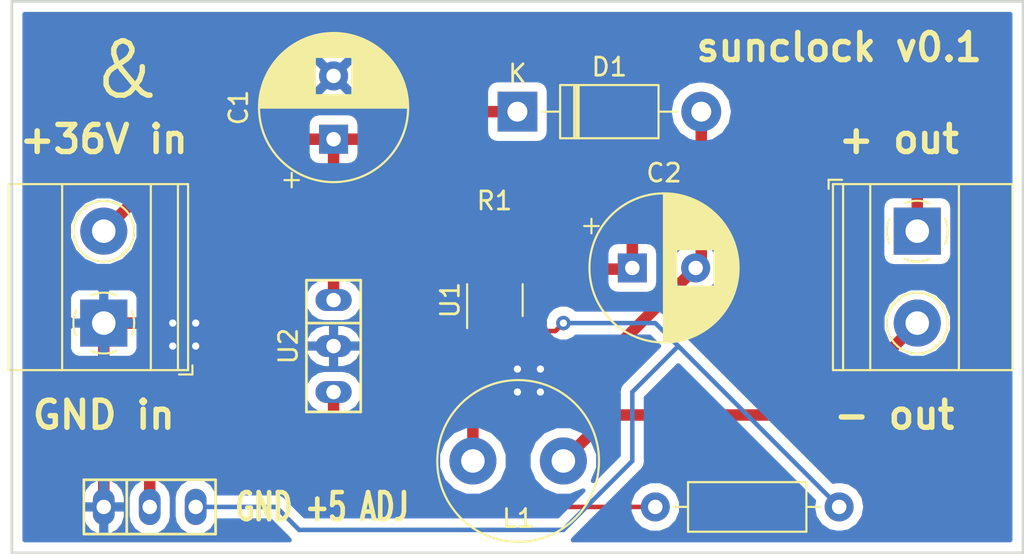
<source format=kicad_pcb>
(kicad_pcb (version 20171130) (host pcbnew "(5.0.2-5-10.14)")

  (general
    (thickness 1.6)
    (drawings 11)
    (tracks 76)
    (zones 0)
    (modules 11)
    (nets 8)
  )

  (page A4)
  (layers
    (0 F.Cu signal)
    (31 B.Cu signal)
    (32 B.Adhes user)
    (33 F.Adhes user)
    (34 B.Paste user)
    (35 F.Paste user)
    (36 B.SilkS user)
    (37 F.SilkS user)
    (38 B.Mask user)
    (39 F.Mask user)
    (40 Dwgs.User user)
    (41 Cmts.User user)
    (42 Eco1.User user)
    (43 Eco2.User user)
    (44 Edge.Cuts user)
    (45 Margin user)
    (46 B.CrtYd user)
    (47 F.CrtYd user)
    (48 B.Fab user)
    (49 F.Fab user)
  )

  (setup
    (last_trace_width 0.25)
    (user_trace_width 0.635)
    (trace_clearance 0.2)
    (zone_clearance 0.508)
    (zone_45_only no)
    (trace_min 0.2)
    (segment_width 0.2)
    (edge_width 0.15)
    (via_size 0.8)
    (via_drill 0.4)
    (via_min_size 0.4)
    (via_min_drill 0.3)
    (uvia_size 0.3)
    (uvia_drill 0.1)
    (uvias_allowed no)
    (uvia_min_size 0.2)
    (uvia_min_drill 0.1)
    (pcb_text_width 0.3)
    (pcb_text_size 1.5 1.5)
    (mod_edge_width 0.15)
    (mod_text_size 1 1)
    (mod_text_width 0.15)
    (pad_size 1.524 1.524)
    (pad_drill 0.762)
    (pad_to_mask_clearance 0.051)
    (solder_mask_min_width 0.25)
    (aux_axis_origin 0 0)
    (visible_elements FFFFFF7F)
    (pcbplotparams
      (layerselection 0x010f0_ffffffff)
      (usegerberextensions false)
      (usegerberattributes false)
      (usegerberadvancedattributes false)
      (creategerberjobfile false)
      (excludeedgelayer true)
      (linewidth 0.100000)
      (plotframeref false)
      (viasonmask false)
      (mode 1)
      (useauxorigin false)
      (hpglpennumber 1)
      (hpglpenspeed 20)
      (hpglpendiameter 15.000000)
      (psnegative false)
      (psa4output false)
      (plotreference true)
      (plotvalue true)
      (plotinvisibletext false)
      (padsonsilk false)
      (subtractmaskfromsilk false)
      (outputformat 1)
      (mirror false)
      (drillshape 0)
      (scaleselection 1)
      (outputdirectory ""))
  )

  (net 0 "")
  (net 1 +36V)
  (net 2 "Net-(C2-Pad1)")
  (net 3 "Net-(C2-Pad2)")
  (net 4 GND)
  (net 5 "Net-(J2-Pad2)")
  (net 6 +5V)
  (net 7 "Net-(J3-Pad3)")

  (net_class Default "This is the default net class."
    (clearance 0.2)
    (trace_width 0.25)
    (via_dia 0.8)
    (via_drill 0.4)
    (uvia_dia 0.3)
    (uvia_drill 0.1)
    (add_net +36V)
    (add_net +5V)
    (add_net GND)
    (add_net "Net-(C2-Pad1)")
    (add_net "Net-(C2-Pad2)")
    (add_net "Net-(J2-Pad2)")
    (add_net "Net-(J3-Pad3)")
  )

  (module Resistor_THT:R_Axial_DIN0207_L6.3mm_D2.5mm_P10.16mm_Horizontal (layer F.Cu) (tedit 5C842C40) (tstamp 5C8603A6)
    (at 139.7 104.14)
    (descr "Resistor, Axial_DIN0207 series, Axial, Horizontal, pin pitch=10.16mm, 0.25W = 1/4W, length*diameter=6.3*2.5mm^2, http://cdn-reichelt.de/documents/datenblatt/B400/1_4W%23YAG.pdf")
    (tags "Resistor Axial_DIN0207 series Axial Horizontal pin pitch 10.16mm 0.25W = 1/4W length 6.3mm diameter 2.5mm")
    (path /5C843E4C)
    (fp_text reference R2 (at 5.08 -2.37) (layer F.SilkS) hide
      (effects (font (size 1 1) (thickness 0.15)))
    )
    (fp_text value "4.7 kΩ" (at 3.175 -2.54) (layer F.Fab)
      (effects (font (size 1 1) (thickness 0.15)))
    )
    (fp_line (start 1.93 -1.25) (end 1.93 1.25) (layer F.Fab) (width 0.1))
    (fp_line (start 1.93 1.25) (end 8.23 1.25) (layer F.Fab) (width 0.1))
    (fp_line (start 8.23 1.25) (end 8.23 -1.25) (layer F.Fab) (width 0.1))
    (fp_line (start 8.23 -1.25) (end 1.93 -1.25) (layer F.Fab) (width 0.1))
    (fp_line (start 0 0) (end 1.93 0) (layer F.Fab) (width 0.1))
    (fp_line (start 10.16 0) (end 8.23 0) (layer F.Fab) (width 0.1))
    (fp_line (start 1.81 -1.37) (end 1.81 1.37) (layer F.SilkS) (width 0.12))
    (fp_line (start 1.81 1.37) (end 8.35 1.37) (layer F.SilkS) (width 0.12))
    (fp_line (start 8.35 1.37) (end 8.35 -1.37) (layer F.SilkS) (width 0.12))
    (fp_line (start 8.35 -1.37) (end 1.81 -1.37) (layer F.SilkS) (width 0.12))
    (fp_line (start 1.04 0) (end 1.81 0) (layer F.SilkS) (width 0.12))
    (fp_line (start 9.12 0) (end 8.35 0) (layer F.SilkS) (width 0.12))
    (fp_line (start -1.05 -1.5) (end -1.05 1.5) (layer F.CrtYd) (width 0.05))
    (fp_line (start -1.05 1.5) (end 11.21 1.5) (layer F.CrtYd) (width 0.05))
    (fp_line (start 11.21 1.5) (end 11.21 -1.5) (layer F.CrtYd) (width 0.05))
    (fp_line (start 11.21 -1.5) (end -1.05 -1.5) (layer F.CrtYd) (width 0.05))
    (fp_text user %R (at 5.08 0) (layer F.Fab)
      (effects (font (size 1 1) (thickness 0.15)))
    )
    (pad 1 thru_hole circle (at 0 0) (size 1.6 1.6) (drill 0.8) (layers *.Cu *.Mask)
      (net 6 +5V))
    (pad 2 thru_hole oval (at 10.16 0) (size 1.6 1.6) (drill 0.8) (layers *.Cu *.Mask)
      (net 7 "Net-(J3-Pad3)"))
    (model ${KISYS3DMOD}/Resistor_THT.3dshapes/R_Axial_DIN0207_L6.3mm_D2.5mm_P10.16mm_Horizontal.wrl
      (at (xyz 0 0 0))
      (scale (xyz 1 1 1))
      (rotate (xyz 0 0 0))
    )
  )

  (module Inductor_THT:L_Radial_D8.7mm_P5.00mm_Fastron_07HCP (layer F.Cu) (tedit 5AE59B06) (tstamp 5C860574)
    (at 134.62 101.6 180)
    (descr "Inductor, Radial series, Radial, pin pitch=5.00mm, , diameter=8.7mm, Fastron, 07HCP, http://cdn-reichelt.de/documents/datenblatt/B400/DS_07HCP.pdf")
    (tags "Inductor Radial series Radial pin pitch 5.00mm  diameter 8.7mm Fastron 07HCP")
    (path /5C837056)
    (fp_text reference L1 (at 2.5 -3.175 180) (layer F.SilkS)
      (effects (font (size 1 1) (thickness 0.15)))
    )
    (fp_text value "33 μH" (at 2.5 5.6 180) (layer F.Fab)
      (effects (font (size 1 1) (thickness 0.15)))
    )
    (fp_circle (center 2.5 0) (end 6.85 0) (layer F.Fab) (width 0.1))
    (fp_circle (center 2.5 0) (end 6.97 0) (layer F.SilkS) (width 0.12))
    (fp_circle (center 2.5 0) (end 7.1 0) (layer F.CrtYd) (width 0.05))
    (fp_text user %R (at 2.5 0 180) (layer F.Fab)
      (effects (font (size 1 1) (thickness 0.15)))
    )
    (pad 1 thru_hole circle (at 0 0 180) (size 2.6 2.6) (drill 1.3) (layers *.Cu *.Mask)
      (net 5 "Net-(J2-Pad2)"))
    (pad 2 thru_hole circle (at 5 0 180) (size 2.6 2.6) (drill 1.3) (layers *.Cu *.Mask)
      (net 3 "Net-(C2-Pad2)"))
    (model ${KISYS3DMOD}/Inductor_THT.3dshapes/L_Radial_D8.7mm_P5.00mm_Fastron_07HCP.wrl
      (at (xyz 0 0 0))
      (scale (xyz 1 1 1))
      (rotate (xyz 0 0 0))
    )
  )

  (module Package_SIP:SIP-3 (layer F.Cu) (tedit 0) (tstamp 5C860EAB)
    (at 121.92 95.25 270)
    (path /5C84344F)
    (fp_text reference U2 (at 0 2.5 270) (layer F.SilkS)
      (effects (font (size 1 1) (thickness 0.15)))
    )
    (fp_text value 5v-buck (at 0 -2.5 270) (layer F.Fab)
      (effects (font (size 1 1) (thickness 0.15)))
    )
    (fp_line (start -3.64 -1.5) (end 3.64 -1.5) (layer F.SilkS) (width 0.15))
    (fp_line (start 3.64 -1.5) (end 3.64 1.5) (layer F.SilkS) (width 0.15))
    (fp_line (start 3.64 1.5) (end -3.64 1.5) (layer F.SilkS) (width 0.15))
    (fp_line (start -3.64 1.5) (end -3.64 -1.5) (layer F.SilkS) (width 0.15))
    (fp_line (start -1.27 -1.5) (end -1.27 1.5) (layer F.SilkS) (width 0.15))
    (fp_line (start -3.8 -1.65) (end 3.8 -1.65) (layer F.CrtYd) (width 0.05))
    (fp_line (start 3.8 -1.65) (end 3.8 1.65) (layer F.CrtYd) (width 0.05))
    (fp_line (start 3.8 1.65) (end -3.8 1.65) (layer F.CrtYd) (width 0.05))
    (fp_line (start -3.8 1.65) (end -3.8 -1.65) (layer F.CrtYd) (width 0.05))
    (pad 1 thru_hole oval (at -2.54 0 270) (size 1.2 2) (drill 0.8) (layers *.Cu *.Mask)
      (net 1 +36V))
    (pad 2 thru_hole oval (at 0 0 270) (size 1.2 2) (drill 0.8) (layers *.Cu *.Mask)
      (net 4 GND))
    (pad 3 thru_hole oval (at 2.54 0 270) (size 1.2 2) (drill 0.8) (layers *.Cu *.Mask)
      (net 6 +5V))
  )

  (module Package_SIP:SIP-3 (layer F.Cu) (tedit 5C842C2E) (tstamp 5C85FB8C)
    (at 111.76 104.14)
    (path /5C85EA27)
    (fp_text reference J3 (at 0 2.5) (layer F.SilkS) hide
      (effects (font (size 1 1) (thickness 0.15)))
    )
    (fp_text value sunclock-pin-header (at 0 -2.5) (layer F.Fab) hide
      (effects (font (size 1 1) (thickness 0.15)))
    )
    (fp_line (start -3.8 1.65) (end -3.8 -1.65) (layer F.CrtYd) (width 0.05))
    (fp_line (start 3.8 1.65) (end -3.8 1.65) (layer F.CrtYd) (width 0.05))
    (fp_line (start 3.8 -1.65) (end 3.8 1.65) (layer F.CrtYd) (width 0.05))
    (fp_line (start -3.8 -1.65) (end 3.8 -1.65) (layer F.CrtYd) (width 0.05))
    (fp_line (start -1.27 -1.5) (end -1.27 1.5) (layer F.SilkS) (width 0.15))
    (fp_line (start -3.64 1.5) (end -3.64 -1.5) (layer F.SilkS) (width 0.15))
    (fp_line (start 3.64 1.5) (end -3.64 1.5) (layer F.SilkS) (width 0.15))
    (fp_line (start 3.64 -1.5) (end 3.64 1.5) (layer F.SilkS) (width 0.15))
    (fp_line (start -3.64 -1.5) (end 3.64 -1.5) (layer F.SilkS) (width 0.15))
    (pad 3 thru_hole oval (at 2.54 0) (size 1.2 2) (drill 0.8) (layers *.Cu *.Mask)
      (net 7 "Net-(J3-Pad3)"))
    (pad 2 thru_hole oval (at 0 0) (size 1.2 2) (drill 0.8) (layers *.Cu *.Mask)
      (net 6 +5V))
    (pad 1 thru_hole oval (at -2.54 0) (size 1.2 2) (drill 0.8) (layers *.Cu *.Mask)
      (net 4 GND))
  )

  (module Capacitor_THT:CP_Radial_D8.0mm_P3.50mm (layer F.Cu) (tedit 5C843304) (tstamp 5C841490)
    (at 138.43 90.932)
    (descr "CP, Radial series, Radial, pin pitch=3.50mm, , diameter=8mm, Electrolytic Capacitor")
    (tags "CP Radial series Radial pin pitch 3.50mm  diameter 8mm Electrolytic Capacitor")
    (path /5C838193)
    (fp_text reference C2 (at 1.75 -5.25) (layer F.SilkS)
      (effects (font (size 1 1) (thickness 0.15)))
    )
    (fp_text value "470 μF" (at 1.75 5.25) (layer F.Fab)
      (effects (font (size 1 1) (thickness 0.15)))
    )
    (fp_text user %R (at 1.75 0) (layer F.Fab)
      (effects (font (size 1 1) (thickness 0.15)))
    )
    (fp_line (start -2.259698 -2.715) (end -2.259698 -1.915) (layer F.SilkS) (width 0.12))
    (fp_line (start -2.659698 -2.315) (end -1.859698 -2.315) (layer F.SilkS) (width 0.12))
    (fp_line (start 5.831 -0.533) (end 5.831 0.533) (layer F.SilkS) (width 0.12))
    (fp_line (start 5.791 -0.768) (end 5.791 0.768) (layer F.SilkS) (width 0.12))
    (fp_line (start 5.751 -0.948) (end 5.751 0.948) (layer F.SilkS) (width 0.12))
    (fp_line (start 5.711 -1.098) (end 5.711 1.098) (layer F.SilkS) (width 0.12))
    (fp_line (start 5.671 -1.229) (end 5.671 1.229) (layer F.SilkS) (width 0.12))
    (fp_line (start 5.631 -1.346) (end 5.631 1.346) (layer F.SilkS) (width 0.12))
    (fp_line (start 5.591 -1.453) (end 5.591 1.453) (layer F.SilkS) (width 0.12))
    (fp_line (start 5.551 -1.552) (end 5.551 1.552) (layer F.SilkS) (width 0.12))
    (fp_line (start 5.511 -1.645) (end 5.511 1.645) (layer F.SilkS) (width 0.12))
    (fp_line (start 5.471 -1.731) (end 5.471 1.731) (layer F.SilkS) (width 0.12))
    (fp_line (start 5.431 -1.813) (end 5.431 1.813) (layer F.SilkS) (width 0.12))
    (fp_line (start 5.391 -1.89) (end 5.391 1.89) (layer F.SilkS) (width 0.12))
    (fp_line (start 5.351 -1.964) (end 5.351 1.964) (layer F.SilkS) (width 0.12))
    (fp_line (start 5.311 -2.034) (end 5.311 2.034) (layer F.SilkS) (width 0.12))
    (fp_line (start 5.271 -2.102) (end 5.271 2.102) (layer F.SilkS) (width 0.12))
    (fp_line (start 5.231 -2.166) (end 5.231 2.166) (layer F.SilkS) (width 0.12))
    (fp_line (start 5.191 -2.228) (end 5.191 2.228) (layer F.SilkS) (width 0.12))
    (fp_line (start 5.151 -2.287) (end 5.151 2.287) (layer F.SilkS) (width 0.12))
    (fp_line (start 5.111 -2.345) (end 5.111 2.345) (layer F.SilkS) (width 0.12))
    (fp_line (start 5.071 -2.4) (end 5.071 2.4) (layer F.SilkS) (width 0.12))
    (fp_line (start 5.031 -2.454) (end 5.031 2.454) (layer F.SilkS) (width 0.12))
    (fp_line (start 4.991 -2.505) (end 4.991 2.505) (layer F.SilkS) (width 0.12))
    (fp_line (start 4.951 -2.556) (end 4.951 2.556) (layer F.SilkS) (width 0.12))
    (fp_line (start 4.911 -2.604) (end 4.911 2.604) (layer F.SilkS) (width 0.12))
    (fp_line (start 4.871 -2.651) (end 4.871 2.651) (layer F.SilkS) (width 0.12))
    (fp_line (start 4.831 -2.697) (end 4.831 2.697) (layer F.SilkS) (width 0.12))
    (fp_line (start 4.791 -2.741) (end 4.791 2.741) (layer F.SilkS) (width 0.12))
    (fp_line (start 4.751 -2.784) (end 4.751 2.784) (layer F.SilkS) (width 0.12))
    (fp_line (start 4.711 -2.826) (end 4.711 2.826) (layer F.SilkS) (width 0.12))
    (fp_line (start 4.671 -2.867) (end 4.671 2.867) (layer F.SilkS) (width 0.12))
    (fp_line (start 4.631 -2.907) (end 4.631 2.907) (layer F.SilkS) (width 0.12))
    (fp_line (start 4.591 -2.945) (end 4.591 2.945) (layer F.SilkS) (width 0.12))
    (fp_line (start 4.551 -2.983) (end 4.551 2.983) (layer F.SilkS) (width 0.12))
    (fp_line (start 4.511 1.04) (end 4.511 3.019) (layer F.SilkS) (width 0.12))
    (fp_line (start 4.511 -3.019) (end 4.511 -1.04) (layer F.SilkS) (width 0.12))
    (fp_line (start 4.471 1.04) (end 4.471 3.055) (layer F.SilkS) (width 0.12))
    (fp_line (start 4.471 -3.055) (end 4.471 -1.04) (layer F.SilkS) (width 0.12))
    (fp_line (start 4.431 1.04) (end 4.431 3.09) (layer F.SilkS) (width 0.12))
    (fp_line (start 4.431 -3.09) (end 4.431 -1.04) (layer F.SilkS) (width 0.12))
    (fp_line (start 4.391 1.04) (end 4.391 3.124) (layer F.SilkS) (width 0.12))
    (fp_line (start 4.391 -3.124) (end 4.391 -1.04) (layer F.SilkS) (width 0.12))
    (fp_line (start 4.351 1.04) (end 4.351 3.156) (layer F.SilkS) (width 0.12))
    (fp_line (start 4.351 -3.156) (end 4.351 -1.04) (layer F.SilkS) (width 0.12))
    (fp_line (start 4.311 1.04) (end 4.311 3.189) (layer F.SilkS) (width 0.12))
    (fp_line (start 4.311 -3.189) (end 4.311 -1.04) (layer F.SilkS) (width 0.12))
    (fp_line (start 4.271 1.04) (end 4.271 3.22) (layer F.SilkS) (width 0.12))
    (fp_line (start 4.271 -3.22) (end 4.271 -1.04) (layer F.SilkS) (width 0.12))
    (fp_line (start 4.231 1.04) (end 4.231 3.25) (layer F.SilkS) (width 0.12))
    (fp_line (start 4.231 -3.25) (end 4.231 -1.04) (layer F.SilkS) (width 0.12))
    (fp_line (start 4.191 1.04) (end 4.191 3.28) (layer F.SilkS) (width 0.12))
    (fp_line (start 4.191 -3.28) (end 4.191 -1.04) (layer F.SilkS) (width 0.12))
    (fp_line (start 4.151 1.04) (end 4.151 3.309) (layer F.SilkS) (width 0.12))
    (fp_line (start 4.151 -3.309) (end 4.151 -1.04) (layer F.SilkS) (width 0.12))
    (fp_line (start 4.111 1.04) (end 4.111 3.338) (layer F.SilkS) (width 0.12))
    (fp_line (start 4.111 -3.338) (end 4.111 -1.04) (layer F.SilkS) (width 0.12))
    (fp_line (start 4.071 1.04) (end 4.071 3.365) (layer F.SilkS) (width 0.12))
    (fp_line (start 4.071 -3.365) (end 4.071 -1.04) (layer F.SilkS) (width 0.12))
    (fp_line (start 4.031 1.04) (end 4.031 3.392) (layer F.SilkS) (width 0.12))
    (fp_line (start 4.031 -3.392) (end 4.031 -1.04) (layer F.SilkS) (width 0.12))
    (fp_line (start 3.991 1.04) (end 3.991 3.418) (layer F.SilkS) (width 0.12))
    (fp_line (start 3.991 -3.418) (end 3.991 -1.04) (layer F.SilkS) (width 0.12))
    (fp_line (start 3.951 1.04) (end 3.951 3.444) (layer F.SilkS) (width 0.12))
    (fp_line (start 3.951 -3.444) (end 3.951 -1.04) (layer F.SilkS) (width 0.12))
    (fp_line (start 3.911 1.04) (end 3.911 3.469) (layer F.SilkS) (width 0.12))
    (fp_line (start 3.911 -3.469) (end 3.911 -1.04) (layer F.SilkS) (width 0.12))
    (fp_line (start 3.871 1.04) (end 3.871 3.493) (layer F.SilkS) (width 0.12))
    (fp_line (start 3.871 -3.493) (end 3.871 -1.04) (layer F.SilkS) (width 0.12))
    (fp_line (start 3.831 1.04) (end 3.831 3.517) (layer F.SilkS) (width 0.12))
    (fp_line (start 3.831 -3.517) (end 3.831 -1.04) (layer F.SilkS) (width 0.12))
    (fp_line (start 3.791 1.04) (end 3.791 3.54) (layer F.SilkS) (width 0.12))
    (fp_line (start 3.791 -3.54) (end 3.791 -1.04) (layer F.SilkS) (width 0.12))
    (fp_line (start 3.751 1.04) (end 3.751 3.562) (layer F.SilkS) (width 0.12))
    (fp_line (start 3.751 -3.562) (end 3.751 -1.04) (layer F.SilkS) (width 0.12))
    (fp_line (start 3.711 1.04) (end 3.711 3.584) (layer F.SilkS) (width 0.12))
    (fp_line (start 3.711 -3.584) (end 3.711 -1.04) (layer F.SilkS) (width 0.12))
    (fp_line (start 3.671 1.04) (end 3.671 3.606) (layer F.SilkS) (width 0.12))
    (fp_line (start 3.671 -3.606) (end 3.671 -1.04) (layer F.SilkS) (width 0.12))
    (fp_line (start 3.631 1.04) (end 3.631 3.627) (layer F.SilkS) (width 0.12))
    (fp_line (start 3.631 -3.627) (end 3.631 -1.04) (layer F.SilkS) (width 0.12))
    (fp_line (start 3.591 1.04) (end 3.591 3.647) (layer F.SilkS) (width 0.12))
    (fp_line (start 3.591 -3.647) (end 3.591 -1.04) (layer F.SilkS) (width 0.12))
    (fp_line (start 3.551 1.04) (end 3.551 3.666) (layer F.SilkS) (width 0.12))
    (fp_line (start 3.551 -3.666) (end 3.551 -1.04) (layer F.SilkS) (width 0.12))
    (fp_line (start 3.511 1.04) (end 3.511 3.686) (layer F.SilkS) (width 0.12))
    (fp_line (start 3.511 -3.686) (end 3.511 -1.04) (layer F.SilkS) (width 0.12))
    (fp_line (start 3.471 1.04) (end 3.471 3.704) (layer F.SilkS) (width 0.12))
    (fp_line (start 3.471 -3.704) (end 3.471 -1.04) (layer F.SilkS) (width 0.12))
    (fp_line (start 3.431 1.04) (end 3.431 3.722) (layer F.SilkS) (width 0.12))
    (fp_line (start 3.431 -3.722) (end 3.431 -1.04) (layer F.SilkS) (width 0.12))
    (fp_line (start 3.391 1.04) (end 3.391 3.74) (layer F.SilkS) (width 0.12))
    (fp_line (start 3.391 -3.74) (end 3.391 -1.04) (layer F.SilkS) (width 0.12))
    (fp_line (start 3.351 1.04) (end 3.351 3.757) (layer F.SilkS) (width 0.12))
    (fp_line (start 3.351 -3.757) (end 3.351 -1.04) (layer F.SilkS) (width 0.12))
    (fp_line (start 3.311 1.04) (end 3.311 3.774) (layer F.SilkS) (width 0.12))
    (fp_line (start 3.311 -3.774) (end 3.311 -1.04) (layer F.SilkS) (width 0.12))
    (fp_line (start 3.271 1.04) (end 3.271 3.79) (layer F.SilkS) (width 0.12))
    (fp_line (start 3.271 -3.79) (end 3.271 -1.04) (layer F.SilkS) (width 0.12))
    (fp_line (start 3.231 1.04) (end 3.231 3.805) (layer F.SilkS) (width 0.12))
    (fp_line (start 3.231 -3.805) (end 3.231 -1.04) (layer F.SilkS) (width 0.12))
    (fp_line (start 3.191 1.04) (end 3.191 3.821) (layer F.SilkS) (width 0.12))
    (fp_line (start 3.191 -3.821) (end 3.191 -1.04) (layer F.SilkS) (width 0.12))
    (fp_line (start 3.151 1.04) (end 3.151 3.835) (layer F.SilkS) (width 0.12))
    (fp_line (start 3.151 -3.835) (end 3.151 -1.04) (layer F.SilkS) (width 0.12))
    (fp_line (start 3.111 1.04) (end 3.111 3.85) (layer F.SilkS) (width 0.12))
    (fp_line (start 3.111 -3.85) (end 3.111 -1.04) (layer F.SilkS) (width 0.12))
    (fp_line (start 3.071 1.04) (end 3.071 3.863) (layer F.SilkS) (width 0.12))
    (fp_line (start 3.071 -3.863) (end 3.071 -1.04) (layer F.SilkS) (width 0.12))
    (fp_line (start 3.031 1.04) (end 3.031 3.877) (layer F.SilkS) (width 0.12))
    (fp_line (start 3.031 -3.877) (end 3.031 -1.04) (layer F.SilkS) (width 0.12))
    (fp_line (start 2.991 1.04) (end 2.991 3.889) (layer F.SilkS) (width 0.12))
    (fp_line (start 2.991 -3.889) (end 2.991 -1.04) (layer F.SilkS) (width 0.12))
    (fp_line (start 2.951 1.04) (end 2.951 3.902) (layer F.SilkS) (width 0.12))
    (fp_line (start 2.951 -3.902) (end 2.951 -1.04) (layer F.SilkS) (width 0.12))
    (fp_line (start 2.911 1.04) (end 2.911 3.914) (layer F.SilkS) (width 0.12))
    (fp_line (start 2.911 -3.914) (end 2.911 -1.04) (layer F.SilkS) (width 0.12))
    (fp_line (start 2.871 1.04) (end 2.871 3.925) (layer F.SilkS) (width 0.12))
    (fp_line (start 2.871 -3.925) (end 2.871 -1.04) (layer F.SilkS) (width 0.12))
    (fp_line (start 2.831 1.04) (end 2.831 3.936) (layer F.SilkS) (width 0.12))
    (fp_line (start 2.831 -3.936) (end 2.831 -1.04) (layer F.SilkS) (width 0.12))
    (fp_line (start 2.791 1.04) (end 2.791 3.947) (layer F.SilkS) (width 0.12))
    (fp_line (start 2.791 -3.947) (end 2.791 -1.04) (layer F.SilkS) (width 0.12))
    (fp_line (start 2.751 1.04) (end 2.751 3.957) (layer F.SilkS) (width 0.12))
    (fp_line (start 2.751 -3.957) (end 2.751 -1.04) (layer F.SilkS) (width 0.12))
    (fp_line (start 2.711 1.04) (end 2.711 3.967) (layer F.SilkS) (width 0.12))
    (fp_line (start 2.711 -3.967) (end 2.711 -1.04) (layer F.SilkS) (width 0.12))
    (fp_line (start 2.671 1.04) (end 2.671 3.976) (layer F.SilkS) (width 0.12))
    (fp_line (start 2.671 -3.976) (end 2.671 -1.04) (layer F.SilkS) (width 0.12))
    (fp_line (start 2.631 1.04) (end 2.631 3.985) (layer F.SilkS) (width 0.12))
    (fp_line (start 2.631 -3.985) (end 2.631 -1.04) (layer F.SilkS) (width 0.12))
    (fp_line (start 2.591 1.04) (end 2.591 3.994) (layer F.SilkS) (width 0.12))
    (fp_line (start 2.591 -3.994) (end 2.591 -1.04) (layer F.SilkS) (width 0.12))
    (fp_line (start 2.551 1.04) (end 2.551 4.002) (layer F.SilkS) (width 0.12))
    (fp_line (start 2.551 -4.002) (end 2.551 -1.04) (layer F.SilkS) (width 0.12))
    (fp_line (start 2.511 1.04) (end 2.511 4.01) (layer F.SilkS) (width 0.12))
    (fp_line (start 2.511 -4.01) (end 2.511 -1.04) (layer F.SilkS) (width 0.12))
    (fp_line (start 2.471 1.04) (end 2.471 4.017) (layer F.SilkS) (width 0.12))
    (fp_line (start 2.471 -4.017) (end 2.471 -1.04) (layer F.SilkS) (width 0.12))
    (fp_line (start 2.43 -4.024) (end 2.43 4.024) (layer F.SilkS) (width 0.12))
    (fp_line (start 2.39 -4.03) (end 2.39 4.03) (layer F.SilkS) (width 0.12))
    (fp_line (start 2.35 -4.037) (end 2.35 4.037) (layer F.SilkS) (width 0.12))
    (fp_line (start 2.31 -4.042) (end 2.31 4.042) (layer F.SilkS) (width 0.12))
    (fp_line (start 2.27 -4.048) (end 2.27 4.048) (layer F.SilkS) (width 0.12))
    (fp_line (start 2.23 -4.052) (end 2.23 4.052) (layer F.SilkS) (width 0.12))
    (fp_line (start 2.19 -4.057) (end 2.19 4.057) (layer F.SilkS) (width 0.12))
    (fp_line (start 2.15 -4.061) (end 2.15 4.061) (layer F.SilkS) (width 0.12))
    (fp_line (start 2.11 -4.065) (end 2.11 4.065) (layer F.SilkS) (width 0.12))
    (fp_line (start 2.07 -4.068) (end 2.07 4.068) (layer F.SilkS) (width 0.12))
    (fp_line (start 2.03 -4.071) (end 2.03 4.071) (layer F.SilkS) (width 0.12))
    (fp_line (start 1.99 -4.074) (end 1.99 4.074) (layer F.SilkS) (width 0.12))
    (fp_line (start 1.95 -4.076) (end 1.95 4.076) (layer F.SilkS) (width 0.12))
    (fp_line (start 1.91 -4.077) (end 1.91 4.077) (layer F.SilkS) (width 0.12))
    (fp_line (start 1.87 -4.079) (end 1.87 4.079) (layer F.SilkS) (width 0.12))
    (fp_line (start 1.83 -4.08) (end 1.83 4.08) (layer F.SilkS) (width 0.12))
    (fp_line (start 1.79 -4.08) (end 1.79 4.08) (layer F.SilkS) (width 0.12))
    (fp_line (start 1.75 -4.08) (end 1.75 4.08) (layer F.SilkS) (width 0.12))
    (fp_line (start -1.276759 -2.1475) (end -1.276759 -1.3475) (layer F.Fab) (width 0.1))
    (fp_line (start -1.676759 -1.7475) (end -0.876759 -1.7475) (layer F.Fab) (width 0.1))
    (fp_circle (center 1.75 0) (end 6 0) (layer F.CrtYd) (width 0.05))
    (fp_circle (center 1.75 0) (end 5.87 0) (layer F.SilkS) (width 0.12))
    (fp_circle (center 1.75 0) (end 5.75 0) (layer F.Fab) (width 0.1))
    (pad 2 thru_hole circle (at 3.5 0) (size 1.6 1.6) (drill 0.8) (layers *.Cu *.Mask)
      (net 3 "Net-(C2-Pad2)"))
    (pad 1 thru_hole rect (at 0 0) (size 1.6 1.6) (drill 0.8) (layers *.Cu *.Mask)
      (net 2 "Net-(C2-Pad1)"))
    (model ${KISYS3DMOD}/Capacitor_THT.3dshapes/CP_Radial_D8.0mm_P3.50mm.wrl
      (at (xyz 0 0 0))
      (scale (xyz 1 1 1))
      (rotate (xyz 0 0 0))
    )
  )

  (module Diode_THT:D_DO-41_SOD81_P10.16mm_Horizontal (layer F.Cu) (tedit 5C84008C) (tstamp 5C84133E)
    (at 132.08 82.296)
    (descr "Diode, DO-41_SOD81 series, Axial, Horizontal, pin pitch=10.16mm, , length*diameter=5.2*2.7mm^2, , http://www.diodes.com/_files/packages/DO-41%20(Plastic).pdf")
    (tags "Diode DO-41_SOD81 series Axial Horizontal pin pitch 10.16mm  length 5.2mm diameter 2.7mm")
    (path /5C83744E)
    (fp_text reference D1 (at 5.08 -2.47) (layer F.SilkS)
      (effects (font (size 1 1) (thickness 0.15)))
    )
    (fp_text value D_Schottky (at 5.08 2.47) (layer F.Fab) hide
      (effects (font (size 1 1) (thickness 0.15)))
    )
    (fp_line (start 2.48 -1.35) (end 2.48 1.35) (layer F.Fab) (width 0.1))
    (fp_line (start 2.48 1.35) (end 7.68 1.35) (layer F.Fab) (width 0.1))
    (fp_line (start 7.68 1.35) (end 7.68 -1.35) (layer F.Fab) (width 0.1))
    (fp_line (start 7.68 -1.35) (end 2.48 -1.35) (layer F.Fab) (width 0.1))
    (fp_line (start 0 0) (end 2.48 0) (layer F.Fab) (width 0.1))
    (fp_line (start 10.16 0) (end 7.68 0) (layer F.Fab) (width 0.1))
    (fp_line (start 3.26 -1.35) (end 3.26 1.35) (layer F.Fab) (width 0.1))
    (fp_line (start 3.36 -1.35) (end 3.36 1.35) (layer F.Fab) (width 0.1))
    (fp_line (start 3.16 -1.35) (end 3.16 1.35) (layer F.Fab) (width 0.1))
    (fp_line (start 2.36 -1.47) (end 2.36 1.47) (layer F.SilkS) (width 0.12))
    (fp_line (start 2.36 1.47) (end 7.8 1.47) (layer F.SilkS) (width 0.12))
    (fp_line (start 7.8 1.47) (end 7.8 -1.47) (layer F.SilkS) (width 0.12))
    (fp_line (start 7.8 -1.47) (end 2.36 -1.47) (layer F.SilkS) (width 0.12))
    (fp_line (start 1.34 0) (end 2.36 0) (layer F.SilkS) (width 0.12))
    (fp_line (start 8.82 0) (end 7.8 0) (layer F.SilkS) (width 0.12))
    (fp_line (start 3.26 -1.47) (end 3.26 1.47) (layer F.SilkS) (width 0.12))
    (fp_line (start 3.38 -1.47) (end 3.38 1.47) (layer F.SilkS) (width 0.12))
    (fp_line (start 3.14 -1.47) (end 3.14 1.47) (layer F.SilkS) (width 0.12))
    (fp_line (start -1.35 -1.6) (end -1.35 1.6) (layer F.CrtYd) (width 0.05))
    (fp_line (start -1.35 1.6) (end 11.51 1.6) (layer F.CrtYd) (width 0.05))
    (fp_line (start 11.51 1.6) (end 11.51 -1.6) (layer F.CrtYd) (width 0.05))
    (fp_line (start 11.51 -1.6) (end -1.35 -1.6) (layer F.CrtYd) (width 0.05))
    (fp_text user %R (at 5.47 0) (layer F.Fab)
      (effects (font (size 1 1) (thickness 0.15)))
    )
    (fp_text user K (at 0 -2.1) (layer F.Fab)
      (effects (font (size 1 1) (thickness 0.15)))
    )
    (fp_text user K (at 0 -2.1) (layer F.SilkS)
      (effects (font (size 1 1) (thickness 0.15)))
    )
    (pad 1 thru_hole rect (at 0 0) (size 2.2 2.2) (drill 1.1) (layers *.Cu *.Mask)
      (net 1 +36V))
    (pad 2 thru_hole oval (at 10.16 0) (size 2.2 2.2) (drill 1.1) (layers *.Cu *.Mask)
      (net 3 "Net-(C2-Pad2)"))
    (model ${KISYS3DMOD}/Diode_THT.3dshapes/D_DO-41_SOD81_P10.16mm_Horizontal.wrl
      (at (xyz 0 0 0))
      (scale (xyz 1 1 1))
      (rotate (xyz 0 0 0))
    )
  )

  (module Package_TO_SOT_SMD:TSOT-23-5_HandSoldering (layer F.Cu) (tedit 5A02FF57) (tstamp 5C841315)
    (at 130.81 92.71 90)
    (descr "5-pin TSOT23 package, http://cds.linear.com/docs/en/packaging/SOT_5_05-08-1635.pdf")
    (tags "TSOT-23-5 Hand-soldering")
    (path /5C8368D4)
    (attr smd)
    (fp_text reference U1 (at 0 -2.45 90) (layer F.SilkS)
      (effects (font (size 1 1) (thickness 0.15)))
    )
    (fp_text value RT8471 (at 0 2.5 90) (layer F.Fab)
      (effects (font (size 1 1) (thickness 0.15)))
    )
    (fp_text user %R (at 0 0 180) (layer F.Fab)
      (effects (font (size 0.5 0.5) (thickness 0.075)))
    )
    (fp_line (start -0.88 1.56) (end 0.88 1.56) (layer F.SilkS) (width 0.12))
    (fp_line (start 0.88 -1.51) (end -1.55 -1.51) (layer F.SilkS) (width 0.12))
    (fp_line (start -0.88 -1) (end -0.43 -1.45) (layer F.Fab) (width 0.1))
    (fp_line (start 0.88 -1.45) (end -0.43 -1.45) (layer F.Fab) (width 0.1))
    (fp_line (start -0.88 -1) (end -0.88 1.45) (layer F.Fab) (width 0.1))
    (fp_line (start 0.88 1.45) (end -0.88 1.45) (layer F.Fab) (width 0.1))
    (fp_line (start 0.88 -1.45) (end 0.88 1.45) (layer F.Fab) (width 0.1))
    (fp_line (start -2.96 -1.7) (end 2.96 -1.7) (layer F.CrtYd) (width 0.05))
    (fp_line (start -2.96 -1.7) (end -2.96 1.7) (layer F.CrtYd) (width 0.05))
    (fp_line (start 2.96 1.7) (end 2.96 -1.7) (layer F.CrtYd) (width 0.05))
    (fp_line (start 2.96 1.7) (end -2.96 1.7) (layer F.CrtYd) (width 0.05))
    (pad 1 smd rect (at -1.71 -0.95 90) (size 2 0.65) (layers F.Cu F.Paste F.Mask)
      (net 3 "Net-(C2-Pad2)"))
    (pad 2 smd rect (at -1.71 0 90) (size 2 0.65) (layers F.Cu F.Paste F.Mask)
      (net 4 GND))
    (pad 3 smd rect (at -1.71 0.95 90) (size 2 0.65) (layers F.Cu F.Paste F.Mask)
      (net 7 "Net-(J3-Pad3)"))
    (pad 4 smd rect (at 1.71 0.95 90) (size 2 0.65) (layers F.Cu F.Paste F.Mask)
      (net 2 "Net-(C2-Pad1)"))
    (pad 5 smd rect (at 1.71 -0.95 90) (size 2 0.65) (layers F.Cu F.Paste F.Mask)
      (net 1 +36V))
    (model ${KISYS3DMOD}/Package_TO_SOT_SMD.3dshapes/TSOT-23-5.wrl
      (at (xyz 0 0 0))
      (scale (xyz 1 1 1))
      (rotate (xyz 0 0 0))
    )
  )

  (module TerminalBlock_Phoenix:TerminalBlock_Phoenix_MKDS-1,5-2-5.08_1x02_P5.08mm_Horizontal (layer F.Cu) (tedit 5C842FC6) (tstamp 5C850E73)
    (at 109.22 93.98 90)
    (descr "Terminal Block Phoenix MKDS-1,5-2-5.08, 2 pins, pitch 5.08mm, size 10.2x9.8mm^2, drill diamater 1.3mm, pad diameter 2.6mm, see http://www.farnell.com/datasheets/100425.pdf, script-generated using https://github.com/pointhi/kicad-footprint-generator/scripts/TerminalBlock_Phoenix")
    (tags "THT Terminal Block Phoenix MKDS-1,5-2-5.08 pitch 5.08mm size 10.2x9.8mm^2 drill 1.3mm pad 2.6mm")
    (path /5C83809A)
    (fp_text reference J1 (at 2.54 -6.26 90) (layer F.SilkS) hide
      (effects (font (size 1 1) (thickness 0.15)))
    )
    (fp_text value Screw_Terminal_01x02 (at 2.54 5.66 90) (layer F.Fab) hide
      (effects (font (size 1 1) (thickness 0.15)))
    )
    (fp_arc (start 0 0) (end 0 1.68) (angle -24) (layer F.SilkS) (width 0.12))
    (fp_arc (start 0 0) (end 1.535 0.684) (angle -48) (layer F.SilkS) (width 0.12))
    (fp_arc (start 0 0) (end 0.684 -1.535) (angle -48) (layer F.SilkS) (width 0.12))
    (fp_arc (start 0 0) (end -1.535 -0.684) (angle -48) (layer F.SilkS) (width 0.12))
    (fp_arc (start 0 0) (end -0.684 1.535) (angle -25) (layer F.SilkS) (width 0.12))
    (fp_circle (center 0 0) (end 1.5 0) (layer F.Fab) (width 0.1))
    (fp_circle (center 5.08 0) (end 6.58 0) (layer F.Fab) (width 0.1))
    (fp_circle (center 5.08 0) (end 6.76 0) (layer F.SilkS) (width 0.12))
    (fp_line (start -2.54 -5.2) (end 7.62 -5.2) (layer F.Fab) (width 0.1))
    (fp_line (start 7.62 -5.2) (end 7.62 4.6) (layer F.Fab) (width 0.1))
    (fp_line (start 7.62 4.6) (end -2.04 4.6) (layer F.Fab) (width 0.1))
    (fp_line (start -2.04 4.6) (end -2.54 4.1) (layer F.Fab) (width 0.1))
    (fp_line (start -2.54 4.1) (end -2.54 -5.2) (layer F.Fab) (width 0.1))
    (fp_line (start -2.54 4.1) (end 7.62 4.1) (layer F.Fab) (width 0.1))
    (fp_line (start -2.6 4.1) (end 7.68 4.1) (layer F.SilkS) (width 0.12))
    (fp_line (start -2.54 2.6) (end 7.62 2.6) (layer F.Fab) (width 0.1))
    (fp_line (start -2.6 2.6) (end 7.68 2.6) (layer F.SilkS) (width 0.12))
    (fp_line (start -2.54 -2.3) (end 7.62 -2.3) (layer F.Fab) (width 0.1))
    (fp_line (start -2.6 -2.301) (end 7.68 -2.301) (layer F.SilkS) (width 0.12))
    (fp_line (start -2.6 -5.261) (end 7.68 -5.261) (layer F.SilkS) (width 0.12))
    (fp_line (start -2.6 4.66) (end 7.68 4.66) (layer F.SilkS) (width 0.12))
    (fp_line (start -2.6 -5.261) (end -2.6 4.66) (layer F.SilkS) (width 0.12))
    (fp_line (start 7.68 -5.261) (end 7.68 4.66) (layer F.SilkS) (width 0.12))
    (fp_line (start 1.138 -0.955) (end -0.955 1.138) (layer F.Fab) (width 0.1))
    (fp_line (start 0.955 -1.138) (end -1.138 0.955) (layer F.Fab) (width 0.1))
    (fp_line (start 6.218 -0.955) (end 4.126 1.138) (layer F.Fab) (width 0.1))
    (fp_line (start 6.035 -1.138) (end 3.943 0.955) (layer F.Fab) (width 0.1))
    (fp_line (start 6.355 -1.069) (end 6.308 -1.023) (layer F.SilkS) (width 0.12))
    (fp_line (start 4.046 1.239) (end 4.011 1.274) (layer F.SilkS) (width 0.12))
    (fp_line (start 6.15 -1.275) (end 6.115 -1.239) (layer F.SilkS) (width 0.12))
    (fp_line (start 3.853 1.023) (end 3.806 1.069) (layer F.SilkS) (width 0.12))
    (fp_line (start -2.84 4.16) (end -2.84 4.9) (layer F.SilkS) (width 0.12))
    (fp_line (start -2.84 4.9) (end -2.34 4.9) (layer F.SilkS) (width 0.12))
    (fp_line (start -3.04 -5.71) (end -3.04 5.1) (layer F.CrtYd) (width 0.05))
    (fp_line (start -3.04 5.1) (end 8.13 5.1) (layer F.CrtYd) (width 0.05))
    (fp_line (start 8.13 5.1) (end 8.13 -5.71) (layer F.CrtYd) (width 0.05))
    (fp_line (start 8.13 -5.71) (end -3.04 -5.71) (layer F.CrtYd) (width 0.05))
    (fp_text user %R (at 2.54 3.2 90) (layer F.Fab)
      (effects (font (size 1 1) (thickness 0.15)))
    )
    (pad 1 thru_hole rect (at 0 0 90) (size 2.6 2.6) (drill 1.3) (layers *.Cu *.Mask)
      (net 4 GND))
    (pad 2 thru_hole circle (at 5.08 0 90) (size 2.6 2.6) (drill 1.3) (layers *.Cu *.Mask)
      (net 1 +36V))
    (model ${KISYS3DMOD}/TerminalBlock_Phoenix.3dshapes/TerminalBlock_Phoenix_MKDS-1,5-2-5.08_1x02_P5.08mm_Horizontal.wrl
      (at (xyz 0 0 0))
      (scale (xyz 1 1 1))
      (rotate (xyz 0 0 0))
    )
  )

  (module TerminalBlock_Phoenix:TerminalBlock_Phoenix_MKDS-1,5-2-5.08_1x02_P5.08mm_Horizontal (layer F.Cu) (tedit 5C842FBF) (tstamp 5C841F6E)
    (at 154.178 88.9 270)
    (descr "Terminal Block Phoenix MKDS-1,5-2-5.08, 2 pins, pitch 5.08mm, size 10.2x9.8mm^2, drill diamater 1.3mm, pad diameter 2.6mm, see http://www.farnell.com/datasheets/100425.pdf, script-generated using https://github.com/pointhi/kicad-footprint-generator/scripts/TerminalBlock_Phoenix")
    (tags "THT Terminal Block Phoenix MKDS-1,5-2-5.08 pitch 5.08mm size 10.2x9.8mm^2 drill 1.3mm pad 2.6mm")
    (path /5C8390F3)
    (fp_text reference J2 (at 2.54 -6.26 270) (layer F.SilkS) hide
      (effects (font (size 1 1) (thickness 0.15)))
    )
    (fp_text value Screw_Terminal_01x02 (at 2.54 5.66 270) (layer F.Fab) hide
      (effects (font (size 1 1) (thickness 0.15)))
    )
    (fp_text user %R (at 2.54 3.2 270) (layer F.Fab)
      (effects (font (size 1 1) (thickness 0.15)))
    )
    (fp_line (start 8.13 -5.71) (end -3.04 -5.71) (layer F.CrtYd) (width 0.05))
    (fp_line (start 8.13 5.1) (end 8.13 -5.71) (layer F.CrtYd) (width 0.05))
    (fp_line (start -3.04 5.1) (end 8.13 5.1) (layer F.CrtYd) (width 0.05))
    (fp_line (start -3.04 -5.71) (end -3.04 5.1) (layer F.CrtYd) (width 0.05))
    (fp_line (start -2.84 4.9) (end -2.34 4.9) (layer F.SilkS) (width 0.12))
    (fp_line (start -2.84 4.16) (end -2.84 4.9) (layer F.SilkS) (width 0.12))
    (fp_line (start 3.853 1.023) (end 3.806 1.069) (layer F.SilkS) (width 0.12))
    (fp_line (start 6.15 -1.275) (end 6.115 -1.239) (layer F.SilkS) (width 0.12))
    (fp_line (start 4.046 1.239) (end 4.011 1.274) (layer F.SilkS) (width 0.12))
    (fp_line (start 6.355 -1.069) (end 6.308 -1.023) (layer F.SilkS) (width 0.12))
    (fp_line (start 6.035 -1.138) (end 3.943 0.955) (layer F.Fab) (width 0.1))
    (fp_line (start 6.218 -0.955) (end 4.126 1.138) (layer F.Fab) (width 0.1))
    (fp_line (start 0.955 -1.138) (end -1.138 0.955) (layer F.Fab) (width 0.1))
    (fp_line (start 1.138 -0.955) (end -0.955 1.138) (layer F.Fab) (width 0.1))
    (fp_line (start 7.68 -5.261) (end 7.68 4.66) (layer F.SilkS) (width 0.12))
    (fp_line (start -2.6 -5.261) (end -2.6 4.66) (layer F.SilkS) (width 0.12))
    (fp_line (start -2.6 4.66) (end 7.68 4.66) (layer F.SilkS) (width 0.12))
    (fp_line (start -2.6 -5.261) (end 7.68 -5.261) (layer F.SilkS) (width 0.12))
    (fp_line (start -2.6 -2.301) (end 7.68 -2.301) (layer F.SilkS) (width 0.12))
    (fp_line (start -2.54 -2.3) (end 7.62 -2.3) (layer F.Fab) (width 0.1))
    (fp_line (start -2.6 2.6) (end 7.68 2.6) (layer F.SilkS) (width 0.12))
    (fp_line (start -2.54 2.6) (end 7.62 2.6) (layer F.Fab) (width 0.1))
    (fp_line (start -2.6 4.1) (end 7.68 4.1) (layer F.SilkS) (width 0.12))
    (fp_line (start -2.54 4.1) (end 7.62 4.1) (layer F.Fab) (width 0.1))
    (fp_line (start -2.54 4.1) (end -2.54 -5.2) (layer F.Fab) (width 0.1))
    (fp_line (start -2.04 4.6) (end -2.54 4.1) (layer F.Fab) (width 0.1))
    (fp_line (start 7.62 4.6) (end -2.04 4.6) (layer F.Fab) (width 0.1))
    (fp_line (start 7.62 -5.2) (end 7.62 4.6) (layer F.Fab) (width 0.1))
    (fp_line (start -2.54 -5.2) (end 7.62 -5.2) (layer F.Fab) (width 0.1))
    (fp_circle (center 5.08 0) (end 6.76 0) (layer F.SilkS) (width 0.12))
    (fp_circle (center 5.08 0) (end 6.58 0) (layer F.Fab) (width 0.1))
    (fp_circle (center 0 0) (end 1.5 0) (layer F.Fab) (width 0.1))
    (fp_arc (start 0 0) (end -0.684 1.535) (angle -25) (layer F.SilkS) (width 0.12))
    (fp_arc (start 0 0) (end -1.535 -0.684) (angle -48) (layer F.SilkS) (width 0.12))
    (fp_arc (start 0 0) (end 0.684 -1.535) (angle -48) (layer F.SilkS) (width 0.12))
    (fp_arc (start 0 0) (end 1.535 0.684) (angle -48) (layer F.SilkS) (width 0.12))
    (fp_arc (start 0 0) (end 0 1.68) (angle -24) (layer F.SilkS) (width 0.12))
    (pad 2 thru_hole circle (at 5.08 0 270) (size 2.6 2.6) (drill 1.3) (layers *.Cu *.Mask)
      (net 5 "Net-(J2-Pad2)"))
    (pad 1 thru_hole rect (at 0 0 270) (size 2.6 2.6) (drill 1.3) (layers *.Cu *.Mask)
      (net 2 "Net-(C2-Pad1)"))
    (model ${KISYS3DMOD}/TerminalBlock_Phoenix.3dshapes/TerminalBlock_Phoenix_MKDS-1,5-2-5.08_1x02_P5.08mm_Horizontal.wrl
      (at (xyz 0 0 0))
      (scale (xyz 1 1 1))
      (rotate (xyz 0 0 0))
    )
  )

  (module Capacitor_THT:CP_Radial_D8.0mm_P3.50mm (layer F.Cu) (tedit 5AE50EF0) (tstamp 5C860A89)
    (at 121.92 83.82 90)
    (descr "CP, Radial series, Radial, pin pitch=3.50mm, , diameter=8mm, Electrolytic Capacitor")
    (tags "CP Radial series Radial pin pitch 3.50mm  diameter 8mm Electrolytic Capacitor")
    (path /5C836B7C)
    (fp_text reference C1 (at 1.75 -5.25 90) (layer F.SilkS)
      (effects (font (size 1 1) (thickness 0.15)))
    )
    (fp_text value "470 μF" (at 1.75 5.25 90) (layer F.Fab)
      (effects (font (size 1 1) (thickness 0.15)))
    )
    (fp_circle (center 1.75 0) (end 5.75 0) (layer F.Fab) (width 0.1))
    (fp_circle (center 1.75 0) (end 5.87 0) (layer F.SilkS) (width 0.12))
    (fp_circle (center 1.75 0) (end 6 0) (layer F.CrtYd) (width 0.05))
    (fp_line (start -1.676759 -1.7475) (end -0.876759 -1.7475) (layer F.Fab) (width 0.1))
    (fp_line (start -1.276759 -2.1475) (end -1.276759 -1.3475) (layer F.Fab) (width 0.1))
    (fp_line (start 1.75 -4.08) (end 1.75 4.08) (layer F.SilkS) (width 0.12))
    (fp_line (start 1.79 -4.08) (end 1.79 4.08) (layer F.SilkS) (width 0.12))
    (fp_line (start 1.83 -4.08) (end 1.83 4.08) (layer F.SilkS) (width 0.12))
    (fp_line (start 1.87 -4.079) (end 1.87 4.079) (layer F.SilkS) (width 0.12))
    (fp_line (start 1.91 -4.077) (end 1.91 4.077) (layer F.SilkS) (width 0.12))
    (fp_line (start 1.95 -4.076) (end 1.95 4.076) (layer F.SilkS) (width 0.12))
    (fp_line (start 1.99 -4.074) (end 1.99 4.074) (layer F.SilkS) (width 0.12))
    (fp_line (start 2.03 -4.071) (end 2.03 4.071) (layer F.SilkS) (width 0.12))
    (fp_line (start 2.07 -4.068) (end 2.07 4.068) (layer F.SilkS) (width 0.12))
    (fp_line (start 2.11 -4.065) (end 2.11 4.065) (layer F.SilkS) (width 0.12))
    (fp_line (start 2.15 -4.061) (end 2.15 4.061) (layer F.SilkS) (width 0.12))
    (fp_line (start 2.19 -4.057) (end 2.19 4.057) (layer F.SilkS) (width 0.12))
    (fp_line (start 2.23 -4.052) (end 2.23 4.052) (layer F.SilkS) (width 0.12))
    (fp_line (start 2.27 -4.048) (end 2.27 4.048) (layer F.SilkS) (width 0.12))
    (fp_line (start 2.31 -4.042) (end 2.31 4.042) (layer F.SilkS) (width 0.12))
    (fp_line (start 2.35 -4.037) (end 2.35 4.037) (layer F.SilkS) (width 0.12))
    (fp_line (start 2.39 -4.03) (end 2.39 4.03) (layer F.SilkS) (width 0.12))
    (fp_line (start 2.43 -4.024) (end 2.43 4.024) (layer F.SilkS) (width 0.12))
    (fp_line (start 2.471 -4.017) (end 2.471 -1.04) (layer F.SilkS) (width 0.12))
    (fp_line (start 2.471 1.04) (end 2.471 4.017) (layer F.SilkS) (width 0.12))
    (fp_line (start 2.511 -4.01) (end 2.511 -1.04) (layer F.SilkS) (width 0.12))
    (fp_line (start 2.511 1.04) (end 2.511 4.01) (layer F.SilkS) (width 0.12))
    (fp_line (start 2.551 -4.002) (end 2.551 -1.04) (layer F.SilkS) (width 0.12))
    (fp_line (start 2.551 1.04) (end 2.551 4.002) (layer F.SilkS) (width 0.12))
    (fp_line (start 2.591 -3.994) (end 2.591 -1.04) (layer F.SilkS) (width 0.12))
    (fp_line (start 2.591 1.04) (end 2.591 3.994) (layer F.SilkS) (width 0.12))
    (fp_line (start 2.631 -3.985) (end 2.631 -1.04) (layer F.SilkS) (width 0.12))
    (fp_line (start 2.631 1.04) (end 2.631 3.985) (layer F.SilkS) (width 0.12))
    (fp_line (start 2.671 -3.976) (end 2.671 -1.04) (layer F.SilkS) (width 0.12))
    (fp_line (start 2.671 1.04) (end 2.671 3.976) (layer F.SilkS) (width 0.12))
    (fp_line (start 2.711 -3.967) (end 2.711 -1.04) (layer F.SilkS) (width 0.12))
    (fp_line (start 2.711 1.04) (end 2.711 3.967) (layer F.SilkS) (width 0.12))
    (fp_line (start 2.751 -3.957) (end 2.751 -1.04) (layer F.SilkS) (width 0.12))
    (fp_line (start 2.751 1.04) (end 2.751 3.957) (layer F.SilkS) (width 0.12))
    (fp_line (start 2.791 -3.947) (end 2.791 -1.04) (layer F.SilkS) (width 0.12))
    (fp_line (start 2.791 1.04) (end 2.791 3.947) (layer F.SilkS) (width 0.12))
    (fp_line (start 2.831 -3.936) (end 2.831 -1.04) (layer F.SilkS) (width 0.12))
    (fp_line (start 2.831 1.04) (end 2.831 3.936) (layer F.SilkS) (width 0.12))
    (fp_line (start 2.871 -3.925) (end 2.871 -1.04) (layer F.SilkS) (width 0.12))
    (fp_line (start 2.871 1.04) (end 2.871 3.925) (layer F.SilkS) (width 0.12))
    (fp_line (start 2.911 -3.914) (end 2.911 -1.04) (layer F.SilkS) (width 0.12))
    (fp_line (start 2.911 1.04) (end 2.911 3.914) (layer F.SilkS) (width 0.12))
    (fp_line (start 2.951 -3.902) (end 2.951 -1.04) (layer F.SilkS) (width 0.12))
    (fp_line (start 2.951 1.04) (end 2.951 3.902) (layer F.SilkS) (width 0.12))
    (fp_line (start 2.991 -3.889) (end 2.991 -1.04) (layer F.SilkS) (width 0.12))
    (fp_line (start 2.991 1.04) (end 2.991 3.889) (layer F.SilkS) (width 0.12))
    (fp_line (start 3.031 -3.877) (end 3.031 -1.04) (layer F.SilkS) (width 0.12))
    (fp_line (start 3.031 1.04) (end 3.031 3.877) (layer F.SilkS) (width 0.12))
    (fp_line (start 3.071 -3.863) (end 3.071 -1.04) (layer F.SilkS) (width 0.12))
    (fp_line (start 3.071 1.04) (end 3.071 3.863) (layer F.SilkS) (width 0.12))
    (fp_line (start 3.111 -3.85) (end 3.111 -1.04) (layer F.SilkS) (width 0.12))
    (fp_line (start 3.111 1.04) (end 3.111 3.85) (layer F.SilkS) (width 0.12))
    (fp_line (start 3.151 -3.835) (end 3.151 -1.04) (layer F.SilkS) (width 0.12))
    (fp_line (start 3.151 1.04) (end 3.151 3.835) (layer F.SilkS) (width 0.12))
    (fp_line (start 3.191 -3.821) (end 3.191 -1.04) (layer F.SilkS) (width 0.12))
    (fp_line (start 3.191 1.04) (end 3.191 3.821) (layer F.SilkS) (width 0.12))
    (fp_line (start 3.231 -3.805) (end 3.231 -1.04) (layer F.SilkS) (width 0.12))
    (fp_line (start 3.231 1.04) (end 3.231 3.805) (layer F.SilkS) (width 0.12))
    (fp_line (start 3.271 -3.79) (end 3.271 -1.04) (layer F.SilkS) (width 0.12))
    (fp_line (start 3.271 1.04) (end 3.271 3.79) (layer F.SilkS) (width 0.12))
    (fp_line (start 3.311 -3.774) (end 3.311 -1.04) (layer F.SilkS) (width 0.12))
    (fp_line (start 3.311 1.04) (end 3.311 3.774) (layer F.SilkS) (width 0.12))
    (fp_line (start 3.351 -3.757) (end 3.351 -1.04) (layer F.SilkS) (width 0.12))
    (fp_line (start 3.351 1.04) (end 3.351 3.757) (layer F.SilkS) (width 0.12))
    (fp_line (start 3.391 -3.74) (end 3.391 -1.04) (layer F.SilkS) (width 0.12))
    (fp_line (start 3.391 1.04) (end 3.391 3.74) (layer F.SilkS) (width 0.12))
    (fp_line (start 3.431 -3.722) (end 3.431 -1.04) (layer F.SilkS) (width 0.12))
    (fp_line (start 3.431 1.04) (end 3.431 3.722) (layer F.SilkS) (width 0.12))
    (fp_line (start 3.471 -3.704) (end 3.471 -1.04) (layer F.SilkS) (width 0.12))
    (fp_line (start 3.471 1.04) (end 3.471 3.704) (layer F.SilkS) (width 0.12))
    (fp_line (start 3.511 -3.686) (end 3.511 -1.04) (layer F.SilkS) (width 0.12))
    (fp_line (start 3.511 1.04) (end 3.511 3.686) (layer F.SilkS) (width 0.12))
    (fp_line (start 3.551 -3.666) (end 3.551 -1.04) (layer F.SilkS) (width 0.12))
    (fp_line (start 3.551 1.04) (end 3.551 3.666) (layer F.SilkS) (width 0.12))
    (fp_line (start 3.591 -3.647) (end 3.591 -1.04) (layer F.SilkS) (width 0.12))
    (fp_line (start 3.591 1.04) (end 3.591 3.647) (layer F.SilkS) (width 0.12))
    (fp_line (start 3.631 -3.627) (end 3.631 -1.04) (layer F.SilkS) (width 0.12))
    (fp_line (start 3.631 1.04) (end 3.631 3.627) (layer F.SilkS) (width 0.12))
    (fp_line (start 3.671 -3.606) (end 3.671 -1.04) (layer F.SilkS) (width 0.12))
    (fp_line (start 3.671 1.04) (end 3.671 3.606) (layer F.SilkS) (width 0.12))
    (fp_line (start 3.711 -3.584) (end 3.711 -1.04) (layer F.SilkS) (width 0.12))
    (fp_line (start 3.711 1.04) (end 3.711 3.584) (layer F.SilkS) (width 0.12))
    (fp_line (start 3.751 -3.562) (end 3.751 -1.04) (layer F.SilkS) (width 0.12))
    (fp_line (start 3.751 1.04) (end 3.751 3.562) (layer F.SilkS) (width 0.12))
    (fp_line (start 3.791 -3.54) (end 3.791 -1.04) (layer F.SilkS) (width 0.12))
    (fp_line (start 3.791 1.04) (end 3.791 3.54) (layer F.SilkS) (width 0.12))
    (fp_line (start 3.831 -3.517) (end 3.831 -1.04) (layer F.SilkS) (width 0.12))
    (fp_line (start 3.831 1.04) (end 3.831 3.517) (layer F.SilkS) (width 0.12))
    (fp_line (start 3.871 -3.493) (end 3.871 -1.04) (layer F.SilkS) (width 0.12))
    (fp_line (start 3.871 1.04) (end 3.871 3.493) (layer F.SilkS) (width 0.12))
    (fp_line (start 3.911 -3.469) (end 3.911 -1.04) (layer F.SilkS) (width 0.12))
    (fp_line (start 3.911 1.04) (end 3.911 3.469) (layer F.SilkS) (width 0.12))
    (fp_line (start 3.951 -3.444) (end 3.951 -1.04) (layer F.SilkS) (width 0.12))
    (fp_line (start 3.951 1.04) (end 3.951 3.444) (layer F.SilkS) (width 0.12))
    (fp_line (start 3.991 -3.418) (end 3.991 -1.04) (layer F.SilkS) (width 0.12))
    (fp_line (start 3.991 1.04) (end 3.991 3.418) (layer F.SilkS) (width 0.12))
    (fp_line (start 4.031 -3.392) (end 4.031 -1.04) (layer F.SilkS) (width 0.12))
    (fp_line (start 4.031 1.04) (end 4.031 3.392) (layer F.SilkS) (width 0.12))
    (fp_line (start 4.071 -3.365) (end 4.071 -1.04) (layer F.SilkS) (width 0.12))
    (fp_line (start 4.071 1.04) (end 4.071 3.365) (layer F.SilkS) (width 0.12))
    (fp_line (start 4.111 -3.338) (end 4.111 -1.04) (layer F.SilkS) (width 0.12))
    (fp_line (start 4.111 1.04) (end 4.111 3.338) (layer F.SilkS) (width 0.12))
    (fp_line (start 4.151 -3.309) (end 4.151 -1.04) (layer F.SilkS) (width 0.12))
    (fp_line (start 4.151 1.04) (end 4.151 3.309) (layer F.SilkS) (width 0.12))
    (fp_line (start 4.191 -3.28) (end 4.191 -1.04) (layer F.SilkS) (width 0.12))
    (fp_line (start 4.191 1.04) (end 4.191 3.28) (layer F.SilkS) (width 0.12))
    (fp_line (start 4.231 -3.25) (end 4.231 -1.04) (layer F.SilkS) (width 0.12))
    (fp_line (start 4.231 1.04) (end 4.231 3.25) (layer F.SilkS) (width 0.12))
    (fp_line (start 4.271 -3.22) (end 4.271 -1.04) (layer F.SilkS) (width 0.12))
    (fp_line (start 4.271 1.04) (end 4.271 3.22) (layer F.SilkS) (width 0.12))
    (fp_line (start 4.311 -3.189) (end 4.311 -1.04) (layer F.SilkS) (width 0.12))
    (fp_line (start 4.311 1.04) (end 4.311 3.189) (layer F.SilkS) (width 0.12))
    (fp_line (start 4.351 -3.156) (end 4.351 -1.04) (layer F.SilkS) (width 0.12))
    (fp_line (start 4.351 1.04) (end 4.351 3.156) (layer F.SilkS) (width 0.12))
    (fp_line (start 4.391 -3.124) (end 4.391 -1.04) (layer F.SilkS) (width 0.12))
    (fp_line (start 4.391 1.04) (end 4.391 3.124) (layer F.SilkS) (width 0.12))
    (fp_line (start 4.431 -3.09) (end 4.431 -1.04) (layer F.SilkS) (width 0.12))
    (fp_line (start 4.431 1.04) (end 4.431 3.09) (layer F.SilkS) (width 0.12))
    (fp_line (start 4.471 -3.055) (end 4.471 -1.04) (layer F.SilkS) (width 0.12))
    (fp_line (start 4.471 1.04) (end 4.471 3.055) (layer F.SilkS) (width 0.12))
    (fp_line (start 4.511 -3.019) (end 4.511 -1.04) (layer F.SilkS) (width 0.12))
    (fp_line (start 4.511 1.04) (end 4.511 3.019) (layer F.SilkS) (width 0.12))
    (fp_line (start 4.551 -2.983) (end 4.551 2.983) (layer F.SilkS) (width 0.12))
    (fp_line (start 4.591 -2.945) (end 4.591 2.945) (layer F.SilkS) (width 0.12))
    (fp_line (start 4.631 -2.907) (end 4.631 2.907) (layer F.SilkS) (width 0.12))
    (fp_line (start 4.671 -2.867) (end 4.671 2.867) (layer F.SilkS) (width 0.12))
    (fp_line (start 4.711 -2.826) (end 4.711 2.826) (layer F.SilkS) (width 0.12))
    (fp_line (start 4.751 -2.784) (end 4.751 2.784) (layer F.SilkS) (width 0.12))
    (fp_line (start 4.791 -2.741) (end 4.791 2.741) (layer F.SilkS) (width 0.12))
    (fp_line (start 4.831 -2.697) (end 4.831 2.697) (layer F.SilkS) (width 0.12))
    (fp_line (start 4.871 -2.651) (end 4.871 2.651) (layer F.SilkS) (width 0.12))
    (fp_line (start 4.911 -2.604) (end 4.911 2.604) (layer F.SilkS) (width 0.12))
    (fp_line (start 4.951 -2.556) (end 4.951 2.556) (layer F.SilkS) (width 0.12))
    (fp_line (start 4.991 -2.505) (end 4.991 2.505) (layer F.SilkS) (width 0.12))
    (fp_line (start 5.031 -2.454) (end 5.031 2.454) (layer F.SilkS) (width 0.12))
    (fp_line (start 5.071 -2.4) (end 5.071 2.4) (layer F.SilkS) (width 0.12))
    (fp_line (start 5.111 -2.345) (end 5.111 2.345) (layer F.SilkS) (width 0.12))
    (fp_line (start 5.151 -2.287) (end 5.151 2.287) (layer F.SilkS) (width 0.12))
    (fp_line (start 5.191 -2.228) (end 5.191 2.228) (layer F.SilkS) (width 0.12))
    (fp_line (start 5.231 -2.166) (end 5.231 2.166) (layer F.SilkS) (width 0.12))
    (fp_line (start 5.271 -2.102) (end 5.271 2.102) (layer F.SilkS) (width 0.12))
    (fp_line (start 5.311 -2.034) (end 5.311 2.034) (layer F.SilkS) (width 0.12))
    (fp_line (start 5.351 -1.964) (end 5.351 1.964) (layer F.SilkS) (width 0.12))
    (fp_line (start 5.391 -1.89) (end 5.391 1.89) (layer F.SilkS) (width 0.12))
    (fp_line (start 5.431 -1.813) (end 5.431 1.813) (layer F.SilkS) (width 0.12))
    (fp_line (start 5.471 -1.731) (end 5.471 1.731) (layer F.SilkS) (width 0.12))
    (fp_line (start 5.511 -1.645) (end 5.511 1.645) (layer F.SilkS) (width 0.12))
    (fp_line (start 5.551 -1.552) (end 5.551 1.552) (layer F.SilkS) (width 0.12))
    (fp_line (start 5.591 -1.453) (end 5.591 1.453) (layer F.SilkS) (width 0.12))
    (fp_line (start 5.631 -1.346) (end 5.631 1.346) (layer F.SilkS) (width 0.12))
    (fp_line (start 5.671 -1.229) (end 5.671 1.229) (layer F.SilkS) (width 0.12))
    (fp_line (start 5.711 -1.098) (end 5.711 1.098) (layer F.SilkS) (width 0.12))
    (fp_line (start 5.751 -0.948) (end 5.751 0.948) (layer F.SilkS) (width 0.12))
    (fp_line (start 5.791 -0.768) (end 5.791 0.768) (layer F.SilkS) (width 0.12))
    (fp_line (start 5.831 -0.533) (end 5.831 0.533) (layer F.SilkS) (width 0.12))
    (fp_line (start -2.659698 -2.315) (end -1.859698 -2.315) (layer F.SilkS) (width 0.12))
    (fp_line (start -2.259698 -2.715) (end -2.259698 -1.915) (layer F.SilkS) (width 0.12))
    (fp_text user %R (at 1.75 0 90) (layer F.Fab)
      (effects (font (size 1 1) (thickness 0.15)))
    )
    (pad 1 thru_hole rect (at 0 0 90) (size 1.6 1.6) (drill 0.8) (layers *.Cu *.Mask)
      (net 1 +36V))
    (pad 2 thru_hole circle (at 3.5 0 90) (size 1.6 1.6) (drill 0.8) (layers *.Cu *.Mask)
      (net 4 GND))
    (model ${KISYS3DMOD}/Capacitor_THT.3dshapes/CP_Radial_D8.0mm_P3.50mm.wrl
      (at (xyz 0 0 0))
      (scale (xyz 1 1 1))
      (rotate (xyz 0 0 0))
    )
  )

  (module Resistor_SMD:R_0402_1005Metric (layer F.Cu) (tedit 5B301BBD) (tstamp 5C841300)
    (at 130.81 88.392)
    (descr "Resistor SMD 0402 (1005 Metric), square (rectangular) end terminal, IPC_7351 nominal, (Body size source: http://www.tortai-tech.com/upload/download/2011102023233369053.pdf), generated with kicad-footprint-generator")
    (tags resistor)
    (path /5C83726A)
    (attr smd)
    (fp_text reference R1 (at 0 -1.17) (layer F.SilkS)
      (effects (font (size 1 1) (thickness 0.15)))
    )
    (fp_text value "100 mΩ" (at 0 -2.032) (layer F.Fab)
      (effects (font (size 1 1) (thickness 0.15)))
    )
    (fp_line (start -0.5 0.25) (end -0.5 -0.25) (layer F.Fab) (width 0.1))
    (fp_line (start -0.5 -0.25) (end 0.5 -0.25) (layer F.Fab) (width 0.1))
    (fp_line (start 0.5 -0.25) (end 0.5 0.25) (layer F.Fab) (width 0.1))
    (fp_line (start 0.5 0.25) (end -0.5 0.25) (layer F.Fab) (width 0.1))
    (fp_line (start -0.93 0.47) (end -0.93 -0.47) (layer F.CrtYd) (width 0.05))
    (fp_line (start -0.93 -0.47) (end 0.93 -0.47) (layer F.CrtYd) (width 0.05))
    (fp_line (start 0.93 -0.47) (end 0.93 0.47) (layer F.CrtYd) (width 0.05))
    (fp_line (start 0.93 0.47) (end -0.93 0.47) (layer F.CrtYd) (width 0.05))
    (fp_text user %R (at 0 0) (layer F.Fab)
      (effects (font (size 0.25 0.25) (thickness 0.04)))
    )
    (pad 1 smd roundrect (at -0.485 0) (size 0.59 0.64) (layers F.Cu F.Paste F.Mask) (roundrect_rratio 0.25)
      (net 1 +36V))
    (pad 2 smd roundrect (at 0.485 0) (size 0.59 0.64) (layers F.Cu F.Paste F.Mask) (roundrect_rratio 0.25)
      (net 2 "Net-(C2-Pad1)"))
    (model ${KISYS3DMOD}/Resistor_SMD.3dshapes/R_0402_1005Metric.wrl
      (at (xyz 0 0 0))
      (scale (xyz 1 1 1))
      (rotate (xyz 0 0 0))
    )
  )

  (gr_text "sunclock v0.1" (at 149.86 78.74) (layer F.SilkS)
    (effects (font (size 1.5 1.5) (thickness 0.3)))
  )
  (gr_text & (at 110.49 80.01) (layer F.SilkS) (tstamp 5C860F12)
    (effects (font (size 3 3) (thickness 0.3)))
  )
  (gr_line (start 104.14 106.68) (end 104.14 76.2) (layer Edge.Cuts) (width 0.15))
  (gr_line (start 160.02 106.68) (end 104.14 106.68) (layer Edge.Cuts) (width 0.15))
  (gr_line (start 160.02 76.2) (end 160.02 106.68) (layer Edge.Cuts) (width 0.15))
  (gr_line (start 104.14 76.2) (end 160.02 76.2) (layer Edge.Cuts) (width 0.15))
  (gr_text "GND +5 ADJ\n" (at 121.285 104.14) (layer F.SilkS)
    (effects (font (size 1.5 1.016) (thickness 0.254)))
  )
  (gr_text "+ out" (at 153.162 83.82) (layer F.SilkS)
    (effects (font (size 1.5 1.5) (thickness 0.3)))
  )
  (gr_text "- out\n" (at 152.908 99.06) (layer F.SilkS)
    (effects (font (size 1.5 1.5) (thickness 0.3)))
  )
  (gr_text "GND in" (at 109.22 99.06) (layer F.SilkS)
    (effects (font (size 1.5 1.5) (thickness 0.3)))
  )
  (gr_text "+36V in" (at 109.22 83.82) (layer F.SilkS)
    (effects (font (size 1.5 1.5) (thickness 0.3)))
  )

  (via (at 134.62 93.98) (size 0.8) (drill 0.4) (layers F.Cu B.Cu) (net 7))
  (segment (start 130.325 88.392) (end 129.817 88.9) (width 0.635) (layer F.Cu) (net 1))
  (segment (start 129.86 88.943) (end 129.86 91) (width 0.635) (layer F.Cu) (net 1))
  (segment (start 129.817 88.9) (end 129.86 88.943) (width 0.635) (layer F.Cu) (net 1))
  (segment (start 130.345 82.296) (end 132.08 82.296) (width 0.635) (layer F.Cu) (net 1))
  (segment (start 129.54 83.101) (end 130.345 82.296) (width 0.635) (layer F.Cu) (net 1))
  (segment (start 129.54 87.187) (end 129.54 83.101) (width 0.635) (layer F.Cu) (net 1))
  (segment (start 130.325 87.972) (end 129.54 87.187) (width 0.635) (layer F.Cu) (net 1))
  (segment (start 130.325 88.392) (end 130.325 87.972) (width 0.635) (layer F.Cu) (net 1))
  (segment (start 109.22 88.9) (end 114.3 83.82) (width 0.635) (layer F.Cu) (net 1))
  (segment (start 114.3 83.82) (end 121.92 83.82) (width 0.635) (layer F.Cu) (net 1))
  (segment (start 121.92 83.82) (end 129.54 83.82) (width 0.635) (layer F.Cu) (net 1))
  (segment (start 121.92 92.71) (end 121.92 83.82) (width 0.635) (layer F.Cu) (net 1))
  (segment (start 131.295 88.392) (end 131.803 88.9) (width 0.635) (layer F.Cu) (net 2))
  (segment (start 131.76 88.943) (end 131.76 91) (width 0.635) (layer F.Cu) (net 2))
  (segment (start 131.803 88.9) (end 131.76 88.943) (width 0.635) (layer F.Cu) (net 2))
  (segment (start 138.362 91) (end 138.43 90.932) (width 0.635) (layer F.Cu) (net 2))
  (segment (start 131.76 91) (end 138.362 91) (width 0.635) (layer F.Cu) (net 2))
  (segment (start 154.178 86.965) (end 154.178 88.9) (width 0.635) (layer F.Cu) (net 2))
  (segment (start 145.953 78.74) (end 154.178 86.965) (width 0.635) (layer F.Cu) (net 2))
  (segment (start 137.16 78.74) (end 145.953 78.74) (width 0.635) (layer F.Cu) (net 2))
  (segment (start 137.16 88.227) (end 137.16 78.74) (width 0.635) (layer F.Cu) (net 2))
  (segment (start 138.43 89.497) (end 137.16 88.227) (width 0.635) (layer F.Cu) (net 2))
  (segment (start 138.43 90.932) (end 138.43 89.497) (width 0.635) (layer F.Cu) (net 2))
  (segment (start 142.24 90.622) (end 141.93 90.932) (width 0.635) (layer F.Cu) (net 3))
  (segment (start 142.24 82.296) (end 142.24 90.622) (width 0.635) (layer F.Cu) (net 3))
  (segment (start 129.86 94.42) (end 129.86 96.2) (width 0.635) (layer F.Cu) (net 3))
  (segment (start 129.86 96.2) (end 129.62 96.44) (width 0.635) (layer F.Cu) (net 3))
  (segment (start 129.62 96.44) (end 129.62 99.06) (width 0.635) (layer F.Cu) (net 3))
  (segment (start 129.62 99.06) (end 129.62 101.6) (width 0.635) (layer F.Cu) (net 3))
  (segment (start 137.16 95.702) (end 141.93 90.932) (width 0.635) (layer F.Cu) (net 3))
  (segment (start 134.62 99.06) (end 137.16 96.52) (width 0.635) (layer F.Cu) (net 3))
  (segment (start 137.16 96.52) (end 137.16 95.702) (width 0.635) (layer F.Cu) (net 3))
  (segment (start 129.62 99.06) (end 134.62 99.06) (width 0.635) (layer F.Cu) (net 3))
  (segment (start 109.22 93.98) (end 109.22 104.14) (width 0.635) (layer F.Cu) (net 4))
  (via (at 114.3 93.98) (size 0.8) (drill 0.4) (layers F.Cu B.Cu) (net 4))
  (via (at 113.03 93.98) (size 0.8) (drill 0.4) (layers F.Cu B.Cu) (net 4))
  (via (at 113.03 95.25) (size 0.8) (drill 0.4) (layers F.Cu B.Cu) (net 4))
  (via (at 114.3 95.25) (size 0.8) (drill 0.4) (layers F.Cu B.Cu) (net 4))
  (segment (start 109.22 93.98) (end 113.03 93.98) (width 0.635) (layer F.Cu) (net 4))
  (segment (start 113.03 95.25) (end 114.3 95.25) (width 0.635) (layer F.Cu) (net 4))
  (segment (start 114.3 93.98) (end 113.03 93.98) (width 0.635) (layer F.Cu) (net 4))
  (segment (start 113.03 95.25) (end 113.03 93.98) (width 0.635) (layer F.Cu) (net 4))
  (segment (start 114.3 93.98) (end 114.3 95.25) (width 0.635) (layer F.Cu) (net 4))
  (via (at 132.08 96.52) (size 0.8) (drill 0.4) (layers F.Cu B.Cu) (net 4))
  (via (at 133.35 96.52) (size 0.8) (drill 0.4) (layers F.Cu B.Cu) (net 4))
  (via (at 133.35 97.79) (size 0.8) (drill 0.4) (layers F.Cu B.Cu) (net 4))
  (via (at 132.08 97.79) (size 0.8) (drill 0.4) (layers F.Cu B.Cu) (net 4))
  (segment (start 130.81 96.055) (end 131.275 96.52) (width 0.635) (layer F.Cu) (net 4))
  (segment (start 130.81 94.42) (end 130.81 96.055) (width 0.635) (layer F.Cu) (net 4))
  (segment (start 131.275 96.52) (end 132.08 96.52) (width 0.635) (layer F.Cu) (net 4))
  (segment (start 132.08 97.79) (end 132.08 96.52) (width 0.635) (layer F.Cu) (net 4))
  (segment (start 132.08 96.52) (end 133.35 96.52) (width 0.635) (layer F.Cu) (net 4))
  (segment (start 133.35 97.79) (end 133.35 96.52) (width 0.635) (layer F.Cu) (net 4))
  (segment (start 132.08 97.79) (end 133.35 97.79) (width 0.635) (layer F.Cu) (net 4))
  (segment (start 149.098 99.06) (end 154.178 93.98) (width 0.635) (layer F.Cu) (net 5))
  (segment (start 137.16 99.06) (end 149.098 99.06) (width 0.635) (layer F.Cu) (net 5))
  (segment (start 134.62 101.6) (end 137.16 99.06) (width 0.635) (layer F.Cu) (net 5))
  (segment (start 111.76 104.14) (end 111.76 101.6) (width 0.635) (layer F.Cu) (net 6))
  (segment (start 124.46 101.6) (end 124.46 102.87) (width 0.25) (layer F.Cu) (net 6))
  (segment (start 125.73 104.14) (end 139.7 104.14) (width 0.25) (layer F.Cu) (net 6))
  (segment (start 124.46 102.87) (end 125.73 104.14) (width 0.25) (layer F.Cu) (net 6))
  (segment (start 121.92 97.79) (end 121.92 101.6) (width 0.635) (layer F.Cu) (net 6))
  (segment (start 121.92 101.6) (end 124.46 101.6) (width 0.635) (layer F.Cu) (net 6))
  (segment (start 111.76 101.6) (end 121.92 101.6) (width 0.635) (layer F.Cu) (net 6))
  (segment (start 134.18 94.42) (end 134.62 93.98) (width 0.25) (layer F.Cu) (net 7))
  (segment (start 131.76 94.42) (end 134.18 94.42) (width 0.25) (layer F.Cu) (net 7))
  (segment (start 139.7 93.98) (end 149.86 104.14) (width 0.25) (layer B.Cu) (net 7))
  (segment (start 134.62 93.98) (end 139.7 93.98) (width 0.25) (layer B.Cu) (net 7))
  (segment (start 118.745 104.14) (end 114.3 104.14) (width 0.25) (layer B.Cu) (net 7))
  (segment (start 120.015 105.41) (end 118.745 104.14) (width 0.25) (layer B.Cu) (net 7))
  (segment (start 138.43 101.6) (end 134.62 105.41) (width 0.25) (layer B.Cu) (net 7))
  (segment (start 134.62 105.41) (end 120.015 105.41) (width 0.25) (layer B.Cu) (net 7))
  (segment (start 138.43 101.6) (end 138.43 97.79) (width 0.25) (layer B.Cu) (net 7))
  (segment (start 138.43 97.79) (end 139.7 96.52) (width 0.25) (layer B.Cu) (net 7))
  (segment (start 139.7 96.52) (end 140.97 95.25) (width 0.25) (layer B.Cu) (net 7))

  (zone (net 4) (net_name GND) (layer B.Cu) (tstamp 5C861300) (hatch edge 0.508)
    (connect_pads (clearance 0.508))
    (min_thickness 0.254)
    (fill yes (arc_segments 16) (thermal_gap 0.508) (thermal_bridge_width 0.508))
    (polygon
      (pts
        (xy 104.14 76.2) (xy 160.02 76.2) (xy 160.02 106.68) (xy 104.14 106.68)
      )
    )
    (filled_polygon
      (pts
        (xy 159.310001 105.97) (xy 135.149863 105.97) (xy 135.167929 105.957929) (xy 135.210331 105.89447) (xy 137.25024 103.854561)
        (xy 138.265 103.854561) (xy 138.265 104.425439) (xy 138.483466 104.952862) (xy 138.887138 105.356534) (xy 139.414561 105.575)
        (xy 139.985439 105.575) (xy 140.512862 105.356534) (xy 140.916534 104.952862) (xy 141.135 104.425439) (xy 141.135 103.854561)
        (xy 140.916534 103.327138) (xy 140.512862 102.923466) (xy 139.985439 102.705) (xy 139.414561 102.705) (xy 138.887138 102.923466)
        (xy 138.483466 103.327138) (xy 138.265 103.854561) (xy 137.25024 103.854561) (xy 138.914473 102.190329) (xy 138.977929 102.147929)
        (xy 139.086865 101.984895) (xy 139.145904 101.896538) (xy 139.15548 101.848395) (xy 139.19 101.674852) (xy 139.19 101.674848)
        (xy 139.204888 101.6) (xy 139.19 101.525152) (xy 139.19 98.104801) (xy 140.290329 97.004473) (xy 140.290331 97.00447)
        (xy 140.97 96.324801) (xy 148.461312 103.816114) (xy 148.396887 104.14) (xy 148.50826 104.699909) (xy 148.825423 105.174577)
        (xy 149.300091 105.49174) (xy 149.718667 105.575) (xy 150.001333 105.575) (xy 150.419909 105.49174) (xy 150.894577 105.174577)
        (xy 151.21174 104.699909) (xy 151.323113 104.14) (xy 151.21174 103.580091) (xy 150.894577 103.105423) (xy 150.419909 102.78826)
        (xy 150.001333 102.705) (xy 149.718667 102.705) (xy 149.536114 102.741312) (xy 141.56033 94.765529) (xy 141.517929 94.702071)
        (xy 141.454471 94.65967) (xy 140.389906 93.595105) (xy 152.243 93.595105) (xy 152.243 94.364895) (xy 152.537586 95.07609)
        (xy 153.08191 95.620414) (xy 153.793105 95.915) (xy 154.562895 95.915) (xy 155.27409 95.620414) (xy 155.818414 95.07609)
        (xy 156.113 94.364895) (xy 156.113 93.595105) (xy 155.818414 92.88391) (xy 155.27409 92.339586) (xy 154.562895 92.045)
        (xy 153.793105 92.045) (xy 153.08191 92.339586) (xy 152.537586 92.88391) (xy 152.243 93.595105) (xy 140.389906 93.595105)
        (xy 140.290331 93.49553) (xy 140.247929 93.432071) (xy 139.996537 93.264096) (xy 139.774852 93.22) (xy 139.774847 93.22)
        (xy 139.7 93.205112) (xy 139.625153 93.22) (xy 135.323711 93.22) (xy 135.20628 93.102569) (xy 134.825874 92.945)
        (xy 134.414126 92.945) (xy 134.03372 93.102569) (xy 133.742569 93.39372) (xy 133.585 93.774126) (xy 133.585 94.185874)
        (xy 133.742569 94.56628) (xy 134.03372 94.857431) (xy 134.414126 95.015) (xy 134.825874 95.015) (xy 135.20628 94.857431)
        (xy 135.323711 94.74) (xy 139.385199 94.74) (xy 139.895199 95.25) (xy 139.21553 95.929669) (xy 139.215527 95.929671)
        (xy 137.945528 97.199671) (xy 137.882072 97.242071) (xy 137.839672 97.305527) (xy 137.839671 97.305528) (xy 137.714097 97.493463)
        (xy 137.655112 97.79) (xy 137.670001 97.864852) (xy 137.67 101.285198) (xy 136.261337 102.693861) (xy 136.555 101.984895)
        (xy 136.555 101.215105) (xy 136.260414 100.50391) (xy 135.71609 99.959586) (xy 135.004895 99.665) (xy 134.235105 99.665)
        (xy 133.52391 99.959586) (xy 132.979586 100.50391) (xy 132.685 101.215105) (xy 132.685 101.984895) (xy 132.979586 102.69609)
        (xy 133.52391 103.240414) (xy 134.235105 103.535) (xy 135.004895 103.535) (xy 135.713861 103.241337) (xy 134.305199 104.65)
        (xy 120.329802 104.65) (xy 119.335331 103.65553) (xy 119.292929 103.592071) (xy 119.041537 103.424096) (xy 118.819852 103.38)
        (xy 118.819847 103.38) (xy 118.745 103.365112) (xy 118.670153 103.38) (xy 115.487586 103.38) (xy 115.463344 103.258127)
        (xy 115.190385 102.849615) (xy 114.781872 102.576656) (xy 114.3 102.480805) (xy 113.818127 102.576656) (xy 113.409615 102.849615)
        (xy 113.136656 103.258128) (xy 113.065 103.618365) (xy 113.065 104.661636) (xy 113.136656 105.021873) (xy 113.409616 105.430385)
        (xy 113.818128 105.703344) (xy 114.3 105.799195) (xy 114.781873 105.703344) (xy 115.190385 105.430385) (xy 115.463344 105.021873)
        (xy 115.487586 104.9) (xy 118.430199 104.9) (xy 119.424671 105.894473) (xy 119.467071 105.957929) (xy 119.485137 105.97)
        (xy 104.85 105.97) (xy 104.85 104.267) (xy 107.985 104.267) (xy 107.985 104.667) (xy 108.12761 105.129947)
        (xy 108.436526 105.50308) (xy 108.864719 105.729592) (xy 108.902391 105.733462) (xy 109.093 105.608731) (xy 109.093 104.267)
        (xy 109.347 104.267) (xy 109.347 105.608731) (xy 109.537609 105.733462) (xy 109.575281 105.729592) (xy 110.003474 105.50308)
        (xy 110.31239 105.129947) (xy 110.455 104.667) (xy 110.455 104.267) (xy 109.347 104.267) (xy 109.093 104.267)
        (xy 107.985 104.267) (xy 104.85 104.267) (xy 104.85 103.613) (xy 107.985 103.613) (xy 107.985 104.013)
        (xy 109.093 104.013) (xy 109.093 102.671269) (xy 109.347 102.671269) (xy 109.347 104.013) (xy 110.455 104.013)
        (xy 110.455 103.618365) (xy 110.525 103.618365) (xy 110.525 104.661636) (xy 110.596656 105.021873) (xy 110.869616 105.430385)
        (xy 111.278128 105.703344) (xy 111.76 105.799195) (xy 112.241873 105.703344) (xy 112.650385 105.430385) (xy 112.923344 105.021873)
        (xy 112.995 104.661635) (xy 112.995 103.618364) (xy 112.923344 103.258127) (xy 112.650385 102.849615) (xy 112.241872 102.576656)
        (xy 111.76 102.480805) (xy 111.278127 102.576656) (xy 110.869615 102.849615) (xy 110.596656 103.258128) (xy 110.525 103.618365)
        (xy 110.455 103.618365) (xy 110.455 103.613) (xy 110.31239 103.150053) (xy 110.003474 102.77692) (xy 109.575281 102.550408)
        (xy 109.537609 102.546538) (xy 109.347 102.671269) (xy 109.093 102.671269) (xy 108.902391 102.546538) (xy 108.864719 102.550408)
        (xy 108.436526 102.77692) (xy 108.12761 103.150053) (xy 107.985 103.613) (xy 104.85 103.613) (xy 104.85 101.215105)
        (xy 127.685 101.215105) (xy 127.685 101.984895) (xy 127.979586 102.69609) (xy 128.52391 103.240414) (xy 129.235105 103.535)
        (xy 130.004895 103.535) (xy 130.71609 103.240414) (xy 131.260414 102.69609) (xy 131.555 101.984895) (xy 131.555 101.215105)
        (xy 131.260414 100.50391) (xy 130.71609 99.959586) (xy 130.004895 99.665) (xy 129.235105 99.665) (xy 128.52391 99.959586)
        (xy 127.979586 100.50391) (xy 127.685 101.215105) (xy 104.85 101.215105) (xy 104.85 97.79) (xy 120.260805 97.79)
        (xy 120.356656 98.271873) (xy 120.629615 98.680385) (xy 121.038127 98.953344) (xy 121.398364 99.025) (xy 122.441636 99.025)
        (xy 122.801873 98.953344) (xy 123.210385 98.680385) (xy 123.483344 98.271873) (xy 123.579195 97.79) (xy 123.483344 97.308127)
        (xy 123.210385 96.899615) (xy 122.801873 96.626656) (xy 122.441636 96.555) (xy 121.398364 96.555) (xy 121.038127 96.626656)
        (xy 120.629615 96.899615) (xy 120.356656 97.308127) (xy 120.260805 97.79) (xy 104.85 97.79) (xy 104.85 94.26575)
        (xy 107.285 94.26575) (xy 107.285 95.406309) (xy 107.381673 95.639698) (xy 107.560301 95.818327) (xy 107.79369 95.915)
        (xy 108.93425 95.915) (xy 109.093 95.75625) (xy 109.093 94.107) (xy 109.347 94.107) (xy 109.347 95.75625)
        (xy 109.50575 95.915) (xy 110.64631 95.915) (xy 110.879699 95.818327) (xy 111.058327 95.639698) (xy 111.088187 95.567609)
        (xy 120.326538 95.567609) (xy 120.330408 95.605281) (xy 120.55692 96.033474) (xy 120.930053 96.34239) (xy 121.393 96.485)
        (xy 121.793 96.485) (xy 121.793 95.377) (xy 122.047 95.377) (xy 122.047 96.485) (xy 122.447 96.485)
        (xy 122.909947 96.34239) (xy 123.28308 96.033474) (xy 123.509592 95.605281) (xy 123.513462 95.567609) (xy 123.388731 95.377)
        (xy 122.047 95.377) (xy 121.793 95.377) (xy 120.451269 95.377) (xy 120.326538 95.567609) (xy 111.088187 95.567609)
        (xy 111.155 95.406309) (xy 111.155 94.932391) (xy 120.326538 94.932391) (xy 120.451269 95.123) (xy 121.793 95.123)
        (xy 121.793 94.015) (xy 122.047 94.015) (xy 122.047 95.123) (xy 123.388731 95.123) (xy 123.513462 94.932391)
        (xy 123.509592 94.894719) (xy 123.28308 94.466526) (xy 122.909947 94.15761) (xy 122.447 94.015) (xy 122.047 94.015)
        (xy 121.793 94.015) (xy 121.393 94.015) (xy 120.930053 94.15761) (xy 120.55692 94.466526) (xy 120.330408 94.894719)
        (xy 120.326538 94.932391) (xy 111.155 94.932391) (xy 111.155 94.26575) (xy 110.99625 94.107) (xy 109.347 94.107)
        (xy 109.093 94.107) (xy 107.44375 94.107) (xy 107.285 94.26575) (xy 104.85 94.26575) (xy 104.85 92.553691)
        (xy 107.285 92.553691) (xy 107.285 93.69425) (xy 107.44375 93.853) (xy 109.093 93.853) (xy 109.093 92.20375)
        (xy 109.347 92.20375) (xy 109.347 93.853) (xy 110.99625 93.853) (xy 111.155 93.69425) (xy 111.155 92.71)
        (xy 120.260805 92.71) (xy 120.356656 93.191873) (xy 120.629615 93.600385) (xy 121.038127 93.873344) (xy 121.398364 93.945)
        (xy 122.441636 93.945) (xy 122.801873 93.873344) (xy 123.210385 93.600385) (xy 123.483344 93.191873) (xy 123.579195 92.71)
        (xy 123.483344 92.228127) (xy 123.210385 91.819615) (xy 122.801873 91.546656) (xy 122.441636 91.475) (xy 121.398364 91.475)
        (xy 121.038127 91.546656) (xy 120.629615 91.819615) (xy 120.356656 92.228127) (xy 120.260805 92.71) (xy 111.155 92.71)
        (xy 111.155 92.553691) (xy 111.058327 92.320302) (xy 110.879699 92.141673) (xy 110.64631 92.045) (xy 109.50575 92.045)
        (xy 109.347 92.20375) (xy 109.093 92.20375) (xy 108.93425 92.045) (xy 107.79369 92.045) (xy 107.560301 92.141673)
        (xy 107.381673 92.320302) (xy 107.285 92.553691) (xy 104.85 92.553691) (xy 104.85 88.515105) (xy 107.285 88.515105)
        (xy 107.285 89.284895) (xy 107.579586 89.99609) (xy 108.12391 90.540414) (xy 108.835105 90.835) (xy 109.604895 90.835)
        (xy 110.31609 90.540414) (xy 110.724504 90.132) (xy 136.98256 90.132) (xy 136.98256 91.732) (xy 137.031843 91.979765)
        (xy 137.172191 92.189809) (xy 137.382235 92.330157) (xy 137.63 92.37944) (xy 139.23 92.37944) (xy 139.477765 92.330157)
        (xy 139.687809 92.189809) (xy 139.828157 91.979765) (xy 139.87744 91.732) (xy 139.87744 90.646561) (xy 140.495 90.646561)
        (xy 140.495 91.217439) (xy 140.713466 91.744862) (xy 141.117138 92.148534) (xy 141.644561 92.367) (xy 142.215439 92.367)
        (xy 142.742862 92.148534) (xy 143.146534 91.744862) (xy 143.365 91.217439) (xy 143.365 90.646561) (xy 143.146534 90.119138)
        (xy 142.742862 89.715466) (xy 142.215439 89.497) (xy 141.644561 89.497) (xy 141.117138 89.715466) (xy 140.713466 90.119138)
        (xy 140.495 90.646561) (xy 139.87744 90.646561) (xy 139.87744 90.132) (xy 139.828157 89.884235) (xy 139.687809 89.674191)
        (xy 139.477765 89.533843) (xy 139.23 89.48456) (xy 137.63 89.48456) (xy 137.382235 89.533843) (xy 137.172191 89.674191)
        (xy 137.031843 89.884235) (xy 136.98256 90.132) (xy 110.724504 90.132) (xy 110.860414 89.99609) (xy 111.155 89.284895)
        (xy 111.155 88.515105) (xy 110.860414 87.80391) (xy 110.656504 87.6) (xy 152.23056 87.6) (xy 152.23056 90.2)
        (xy 152.279843 90.447765) (xy 152.420191 90.657809) (xy 152.630235 90.798157) (xy 152.878 90.84744) (xy 155.478 90.84744)
        (xy 155.725765 90.798157) (xy 155.935809 90.657809) (xy 156.076157 90.447765) (xy 156.12544 90.2) (xy 156.12544 87.6)
        (xy 156.076157 87.352235) (xy 155.935809 87.142191) (xy 155.725765 87.001843) (xy 155.478 86.95256) (xy 152.878 86.95256)
        (xy 152.630235 87.001843) (xy 152.420191 87.142191) (xy 152.279843 87.352235) (xy 152.23056 87.6) (xy 110.656504 87.6)
        (xy 110.31609 87.259586) (xy 109.604895 86.965) (xy 108.835105 86.965) (xy 108.12391 87.259586) (xy 107.579586 87.80391)
        (xy 107.285 88.515105) (xy 104.85 88.515105) (xy 104.85 83.02) (xy 120.47256 83.02) (xy 120.47256 84.62)
        (xy 120.521843 84.867765) (xy 120.662191 85.077809) (xy 120.872235 85.218157) (xy 121.12 85.26744) (xy 122.72 85.26744)
        (xy 122.967765 85.218157) (xy 123.177809 85.077809) (xy 123.318157 84.867765) (xy 123.36744 84.62) (xy 123.36744 83.02)
        (xy 123.318157 82.772235) (xy 123.177809 82.562191) (xy 122.967765 82.421843) (xy 122.72 82.37256) (xy 121.12 82.37256)
        (xy 120.872235 82.421843) (xy 120.662191 82.562191) (xy 120.521843 82.772235) (xy 120.47256 83.02) (xy 104.85 83.02)
        (xy 104.85 81.327745) (xy 121.091861 81.327745) (xy 121.165995 81.573864) (xy 121.703223 81.766965) (xy 122.273454 81.739778)
        (xy 122.674005 81.573864) (xy 122.748139 81.327745) (xy 122.616395 81.196) (xy 130.33256 81.196) (xy 130.33256 83.396)
        (xy 130.381843 83.643765) (xy 130.522191 83.853809) (xy 130.732235 83.994157) (xy 130.98 84.04344) (xy 133.18 84.04344)
        (xy 133.427765 83.994157) (xy 133.637809 83.853809) (xy 133.778157 83.643765) (xy 133.82744 83.396) (xy 133.82744 82.296)
        (xy 140.47101 82.296) (xy 140.605666 82.972963) (xy 140.989135 83.546865) (xy 141.563037 83.930334) (xy 142.06912 84.031)
        (xy 142.41088 84.031) (xy 142.916963 83.930334) (xy 143.490865 83.546865) (xy 143.874334 82.972963) (xy 144.00899 82.296)
        (xy 143.874334 81.619037) (xy 143.490865 81.045135) (xy 142.916963 80.661666) (xy 142.41088 80.561) (xy 142.06912 80.561)
        (xy 141.563037 80.661666) (xy 140.989135 81.045135) (xy 140.605666 81.619037) (xy 140.47101 82.296) (xy 133.82744 82.296)
        (xy 133.82744 81.196) (xy 133.778157 80.948235) (xy 133.637809 80.738191) (xy 133.427765 80.597843) (xy 133.18 80.54856)
        (xy 130.98 80.54856) (xy 130.732235 80.597843) (xy 130.522191 80.738191) (xy 130.381843 80.948235) (xy 130.33256 81.196)
        (xy 122.616395 81.196) (xy 121.92 80.499605) (xy 121.091861 81.327745) (xy 104.85 81.327745) (xy 104.85 80.103223)
        (xy 120.473035 80.103223) (xy 120.500222 80.673454) (xy 120.666136 81.074005) (xy 120.912255 81.148139) (xy 121.740395 80.32)
        (xy 122.099605 80.32) (xy 122.927745 81.148139) (xy 123.173864 81.074005) (xy 123.366965 80.536777) (xy 123.339778 79.966546)
        (xy 123.173864 79.565995) (xy 122.927745 79.491861) (xy 122.099605 80.32) (xy 121.740395 80.32) (xy 120.912255 79.491861)
        (xy 120.666136 79.565995) (xy 120.473035 80.103223) (xy 104.85 80.103223) (xy 104.85 79.312255) (xy 121.091861 79.312255)
        (xy 121.92 80.140395) (xy 122.748139 79.312255) (xy 122.674005 79.066136) (xy 122.136777 78.873035) (xy 121.566546 78.900222)
        (xy 121.165995 79.066136) (xy 121.091861 79.312255) (xy 104.85 79.312255) (xy 104.85 76.91) (xy 159.31 76.91)
      )
    )
  )
)

</source>
